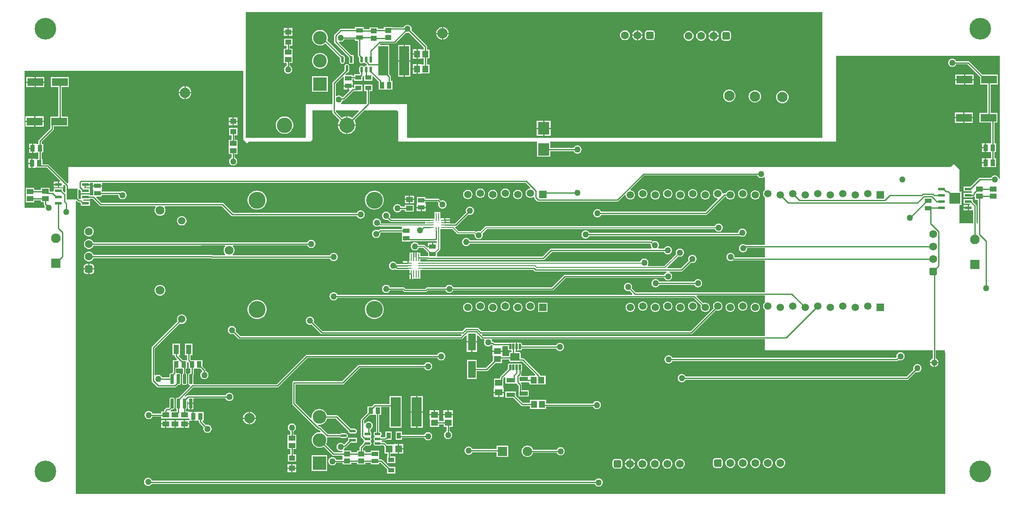
<source format=gtl>
G04*
G04 #@! TF.GenerationSoftware,Altium Limited,Altium Designer,25.8.1 (18)*
G04*
G04 Layer_Physical_Order=1*
G04 Layer_Color=255*
%FSLAX44Y44*%
%MOMM*%
G71*
G04*
G04 #@! TF.SameCoordinates,3252FE53-E486-4FD3-897B-B0AFD7199433*
G04*
G04*
G04 #@! TF.FilePolarity,Positive*
G04*
G01*
G75*
%ADD10C,0.2000*%
%ADD12C,0.2540*%
G04:AMPARAMS|DCode=20|XSize=1.97mm|YSize=0.6mm|CornerRadius=0.075mm|HoleSize=0mm|Usage=FLASHONLY|Rotation=270.000|XOffset=0mm|YOffset=0mm|HoleType=Round|Shape=RoundedRectangle|*
%AMROUNDEDRECTD20*
21,1,1.9700,0.4500,0,0,270.0*
21,1,1.8200,0.6000,0,0,270.0*
1,1,0.1500,-0.2250,-0.9100*
1,1,0.1500,-0.2250,0.9100*
1,1,0.1500,0.2250,0.9100*
1,1,0.1500,0.2250,-0.9100*
%
%ADD20ROUNDEDRECTD20*%
%ADD21R,1.3500X1.0000*%
%ADD22R,0.9500X1.3500*%
%ADD23R,3.2000X1.6000*%
%ADD24R,2.2900X2.2900*%
%ADD25R,1.4500X0.6000*%
%ADD26R,1.3082X1.0057*%
%ADD27R,1.2546X1.4562*%
%ADD28R,1.3500X0.9500*%
G04:AMPARAMS|DCode=29|XSize=0.45mm|YSize=1.15mm|CornerRadius=0.0495mm|HoleSize=0mm|Usage=FLASHONLY|Rotation=180.000|XOffset=0mm|YOffset=0mm|HoleType=Round|Shape=RoundedRectangle|*
%AMROUNDEDRECTD29*
21,1,0.4500,1.0510,0,0,180.0*
21,1,0.3510,1.1500,0,0,180.0*
1,1,0.0990,-0.1755,0.5255*
1,1,0.0990,0.1755,0.5255*
1,1,0.0990,0.1755,-0.5255*
1,1,0.0990,-0.1755,-0.5255*
%
%ADD29ROUNDEDRECTD29*%
%ADD30R,1.3000X1.4500*%
G04:AMPARAMS|DCode=31|XSize=1.57mm|YSize=1.89mm|CornerRadius=0.0471mm|HoleSize=0mm|Usage=FLASHONLY|Rotation=90.000|XOffset=0mm|YOffset=0mm|HoleType=Round|Shape=RoundedRectangle|*
%AMROUNDEDRECTD31*
21,1,1.5700,1.7958,0,0,90.0*
21,1,1.4758,1.8900,0,0,90.0*
1,1,0.0942,0.8979,0.7379*
1,1,0.0942,0.8979,-0.7379*
1,1,0.0942,-0.8979,-0.7379*
1,1,0.0942,-0.8979,0.7379*
%
%ADD31ROUNDEDRECTD31*%
%ADD32R,1.5750X0.2800*%
%ADD33R,1.4500X1.3000*%
%ADD34R,1.6000X3.5000*%
%ADD35R,1.4562X1.2546*%
%ADD36R,1.3000X0.9000*%
%ADD37R,0.5321X1.2544*%
%ADD38R,0.5868X1.3587*%
%ADD39R,1.2544X0.5321*%
%ADD40R,1.3587X0.5868*%
%ADD41R,2.3000X2.5000*%
%ADD42R,1.3000X1.1000*%
%ADD43R,1.3500X0.9500*%
%ADD44R,2.0000X6.0000*%
G04:AMPARAMS|DCode=45|XSize=1.3587mm|YSize=0.5868mm|CornerRadius=0.2934mm|HoleSize=0mm|Usage=FLASHONLY|Rotation=270.000|XOffset=0mm|YOffset=0mm|HoleType=Round|Shape=RoundedRectangle|*
%AMROUNDEDRECTD45*
21,1,1.3587,0.0000,0,0,270.0*
21,1,0.7719,0.5868,0,0,270.0*
1,1,0.5868,0.0000,-0.3859*
1,1,0.5868,0.0000,0.3859*
1,1,0.5868,0.0000,0.3859*
1,1,0.5868,0.0000,-0.3859*
%
%ADD45ROUNDEDRECTD45*%
%ADD46R,0.9000X1.3000*%
G04:AMPARAMS|DCode=47|XSize=1.3587mm|YSize=0.5868mm|CornerRadius=0.2934mm|HoleSize=0mm|Usage=FLASHONLY|Rotation=180.000|XOffset=0mm|YOffset=0mm|HoleType=Round|Shape=RoundedRectangle|*
%AMROUNDEDRECTD47*
21,1,1.3587,0.0000,0,0,180.0*
21,1,0.7719,0.5868,0,0,180.0*
1,1,0.5868,-0.3859,0.0000*
1,1,0.5868,0.3859,0.0000*
1,1,0.5868,0.3859,0.0000*
1,1,0.5868,-0.3859,0.0000*
%
%ADD47ROUNDEDRECTD47*%
G04:AMPARAMS|DCode=48|XSize=1.2544mm|YSize=0.5321mm|CornerRadius=0.2661mm|HoleSize=0mm|Usage=FLASHONLY|Rotation=0.000|XOffset=0mm|YOffset=0mm|HoleType=Round|Shape=RoundedRectangle|*
%AMROUNDEDRECTD48*
21,1,1.2544,0.0000,0,0,0.0*
21,1,0.7223,0.5321,0,0,0.0*
1,1,0.5321,0.3611,0.0000*
1,1,0.5321,-0.3611,0.0000*
1,1,0.5321,-0.3611,0.0000*
1,1,0.5321,0.3611,0.0000*
%
%ADD48ROUNDEDRECTD48*%
%ADD49R,1.5000X1.3000*%
%ADD50R,1.7000X0.9000*%
%ADD51R,0.2800X1.5750*%
G04:AMPARAMS|DCode=52|XSize=1.2544mm|YSize=0.5321mm|CornerRadius=0.2661mm|HoleSize=0mm|Usage=FLASHONLY|Rotation=270.000|XOffset=0mm|YOffset=0mm|HoleType=Round|Shape=RoundedRectangle|*
%AMROUNDEDRECTD52*
21,1,1.2544,0.0000,0,0,270.0*
21,1,0.7223,0.5321,0,0,270.0*
1,1,0.5321,0.0000,-0.3611*
1,1,0.5321,0.0000,0.3611*
1,1,0.5321,0.0000,0.3611*
1,1,0.5321,0.0000,-0.3611*
%
%ADD52ROUNDEDRECTD52*%
%ADD53R,1.3546X1.4621*%
%ADD54R,1.1000X1.9000*%
%ADD58R,1.5750X0.2800*%
%ADD64R,0.2799X1.5750*%
%ADD87C,2.1000*%
%ADD88C,1.6000*%
%ADD89C,1.5000*%
G04:AMPARAMS|DCode=90|XSize=1.6mm|YSize=1.6mm|CornerRadius=0.4mm|HoleSize=0mm|Usage=FLASHONLY|Rotation=180.000|XOffset=0mm|YOffset=0mm|HoleType=Round|Shape=RoundedRectangle|*
%AMROUNDEDRECTD90*
21,1,1.6000,0.8000,0,0,180.0*
21,1,0.8000,1.6000,0,0,180.0*
1,1,0.8000,-0.4000,0.4000*
1,1,0.8000,0.4000,0.4000*
1,1,0.8000,0.4000,-0.4000*
1,1,0.8000,-0.4000,-0.4000*
%
%ADD90ROUNDEDRECTD90*%
%ADD91C,0.8000*%
%ADD92R,1.5000X1.5000*%
%ADD93C,3.1260*%
%ADD94C,1.9500*%
%ADD95R,1.9500X1.9500*%
G04:AMPARAMS|DCode=96|XSize=1.6mm|YSize=1.6mm|CornerRadius=0.4mm|HoleSize=0mm|Usage=FLASHONLY|Rotation=90.000|XOffset=0mm|YOffset=0mm|HoleType=Round|Shape=RoundedRectangle|*
%AMROUNDEDRECTD96*
21,1,1.6000,0.8000,0,0,90.0*
21,1,0.8000,1.6000,0,0,90.0*
1,1,0.8000,0.4000,0.4000*
1,1,0.8000,0.4000,-0.4000*
1,1,0.8000,-0.4000,-0.4000*
1,1,0.8000,-0.4000,0.4000*
%
%ADD96ROUNDEDRECTD96*%
%ADD97C,3.4500*%
%ADD98R,1.9500X1.9500*%
%ADD99C,1.8000*%
%ADD100C,2.7750*%
%ADD101R,2.7750X2.7750*%
%ADD102C,4.4000*%
%ADD103C,1.2700*%
%ADD104C,0.5000*%
G36*
X1629410Y728980D02*
X784860D01*
Y797560D01*
X709454D01*
Y823740D01*
X714620D01*
Y836740D01*
X697620D01*
Y823740D01*
X702786D01*
Y798711D01*
X701635Y797560D01*
X651732D01*
X651196Y799560D01*
X651557Y799768D01*
X653112Y801323D01*
X654211Y803227D01*
X654702Y805060D01*
X656539D01*
X657814Y805314D01*
X658896Y806037D01*
X676536Y823676D01*
X682570D01*
X682892Y823740D01*
X694300D01*
Y836740D01*
X677300D01*
Y830344D01*
X675155D01*
X674770Y830660D01*
Y832990D01*
X666750D01*
Y826970D01*
X667786D01*
X668552Y825122D01*
X655158Y811728D01*
X652961D01*
X651557Y813132D01*
X649653Y814231D01*
X647529Y814800D01*
X645331D01*
X643207Y814231D01*
X642144Y813617D01*
X640144Y814657D01*
Y838203D01*
X654882Y852941D01*
X656730Y852175D01*
Y843010D01*
X656730Y843010D01*
X656190Y841550D01*
X656190Y841550D01*
X656190Y841218D01*
Y835530D01*
X665480D01*
X674770D01*
Y841218D01*
X674770Y841550D01*
X674770Y841550D01*
X674230Y843010D01*
X674230Y843010D01*
Y847906D01*
X677300D01*
Y844740D01*
X694300D01*
Y853025D01*
X695167Y853893D01*
X695620Y854570D01*
X697620Y854199D01*
Y844740D01*
X714620D01*
Y853318D01*
X716468Y854083D01*
X727366Y843185D01*
Y839140D01*
X727430Y838818D01*
Y826910D01*
X740930D01*
Y826910D01*
X742430D01*
Y826910D01*
X755930D01*
Y844410D01*
X752514D01*
Y852700D01*
X752260Y853976D01*
X751537Y855058D01*
X748690Y857905D01*
Y917190D01*
X730630D01*
X729865Y919038D01*
X731192Y920365D01*
X760074D01*
X761350Y920619D01*
X762432Y921341D01*
X783277Y942186D01*
X785276Y941650D01*
X787475D01*
X789475Y942186D01*
X818994Y912667D01*
Y908441D01*
X814625D01*
Y908981D01*
X807082D01*
Y899160D01*
Y889339D01*
X814625D01*
Y889879D01*
X818994D01*
Y877961D01*
X814625D01*
Y878501D01*
X807082D01*
Y868680D01*
Y858859D01*
X814625D01*
Y859399D01*
X830601D01*
Y877961D01*
X825662D01*
Y889879D01*
X830601D01*
Y908441D01*
X825662D01*
Y914048D01*
X825408Y915324D01*
X824685Y916405D01*
X794190Y946901D01*
X794726Y948901D01*
Y951099D01*
X794157Y953223D01*
X793057Y955127D01*
X791503Y956682D01*
X789599Y957781D01*
X787475Y958350D01*
X785276D01*
X783153Y957781D01*
X781249Y956682D01*
X779694Y955127D01*
X778659Y953334D01*
X755301D01*
Y954091D01*
X738219D01*
Y950396D01*
X726091D01*
Y952821D01*
X709009D01*
Y949127D01*
X697090D01*
Y954050D01*
X679590D01*
Y950634D01*
X650992D01*
X649716Y950380D01*
X648634Y949658D01*
X637723Y938746D01*
X637000Y937664D01*
X636746Y936388D01*
Y923976D01*
X637000Y922701D01*
X637723Y921619D01*
X667156Y892186D01*
Y879314D01*
X677024D01*
Y896901D01*
X671871D01*
X646726Y922045D01*
X646791Y922389D01*
X649098Y923841D01*
X649141Y923830D01*
X651339D01*
X653463Y924399D01*
X655367Y925498D01*
X656922Y927053D01*
X657957Y928846D01*
X679590D01*
Y925550D01*
X685006D01*
Y896365D01*
X685260Y895089D01*
X685983Y894008D01*
X688099Y891891D01*
X688058Y891684D01*
Y884462D01*
X688420Y882643D01*
X689450Y881102D01*
X690992Y880071D01*
X692810Y879710D01*
X694629Y880071D01*
X696170Y881102D01*
X696357Y881382D01*
X698763D01*
X698950Y881102D01*
X700491Y880071D01*
X701417Y879887D01*
X702235Y879069D01*
X702259Y878947D01*
X702982Y877865D01*
X703643Y877204D01*
X702657Y875361D01*
X702310Y875430D01*
X700491Y875069D01*
X698950Y874038D01*
X698763Y873758D01*
X696357D01*
X696170Y874038D01*
X694629Y875069D01*
X692810Y875430D01*
X690992Y875069D01*
X689450Y874038D01*
X688420Y872497D01*
X688058Y870678D01*
Y863456D01*
X688420Y861637D01*
X689450Y860096D01*
X689476Y860078D01*
Y857740D01*
X677300D01*
Y854574D01*
X674230D01*
Y856510D01*
X661065D01*
X660299Y858358D01*
X662677Y860735D01*
X662940Y860683D01*
X664865Y861066D01*
X666497Y862156D01*
X667588Y863788D01*
X667971Y865714D01*
Y873432D01*
X667588Y875358D01*
X666497Y876990D01*
X664865Y878080D01*
X662940Y878463D01*
X661015Y878080D01*
X659383Y876990D01*
X658292Y875358D01*
X657909Y873432D01*
Y865714D01*
X657962Y865450D01*
X634453Y841941D01*
X633730Y840860D01*
X633476Y839584D01*
Y797560D01*
X579120D01*
Y730250D01*
X577850Y728980D01*
X457200D01*
Y984250D01*
X1629410D01*
Y728980D01*
D02*
G37*
G36*
X1990090Y645962D02*
X1988090Y645698D01*
X1987711Y647113D01*
X1986612Y649017D01*
X1985057Y650572D01*
X1983153Y651671D01*
X1981029Y652240D01*
X1978831D01*
X1976707Y651671D01*
X1974803Y650572D01*
X1973248Y649017D01*
X1972213Y647224D01*
X1949200D01*
X1947924Y646970D01*
X1946842Y646247D01*
X1930435Y629840D01*
X1916650D01*
Y619840D01*
X1932144D01*
X1933262Y617840D01*
X1932831Y617140D01*
X1916650D01*
Y607140D01*
X1935150D01*
Y608806D01*
X1935480D01*
X1936756Y609060D01*
X1937430Y609510D01*
X1939430Y608840D01*
Y602720D01*
X1944846D01*
Y554990D01*
X1942624D01*
Y590300D01*
X1942370Y591576D01*
X1941647Y592658D01*
X1935150Y599155D01*
Y604440D01*
X1916650D01*
Y594440D01*
X1928712D01*
X1928819Y594280D01*
X1927750Y592280D01*
X1927170D01*
Y586740D01*
Y581200D01*
X1935690D01*
X1935956Y579310D01*
Y554990D01*
X1907540D01*
Y592340D01*
X1912100D01*
Y619240D01*
X1907540D01*
Y664210D01*
X1896110Y675640D01*
X1889760Y669290D01*
X96520D01*
Y637282D01*
X94520Y636453D01*
X57186Y673788D01*
X56104Y674510D01*
X54828Y674764D01*
X44730D01*
Y685660D01*
X42584D01*
Y698640D01*
X46000D01*
Y716140D01*
X42584D01*
Y720509D01*
X65967Y743892D01*
X66690Y744974D01*
X66944Y746250D01*
Y752000D01*
X96340D01*
Y772000D01*
X82944D01*
Y832010D01*
X97610D01*
Y852010D01*
X61610D01*
Y832010D01*
X76276D01*
Y772000D01*
X60340D01*
Y755592D01*
X60276Y755270D01*
Y747631D01*
X36892Y724248D01*
X36170Y723166D01*
X35916Y721890D01*
Y716140D01*
X33316D01*
X31540Y716680D01*
X30724Y716680D01*
X25520D01*
Y707390D01*
Y698100D01*
X30724D01*
X31540Y698100D01*
X33316Y698640D01*
X35916D01*
Y685660D01*
X32046D01*
X30270Y686200D01*
X29454Y686200D01*
X24250D01*
Y676910D01*
Y667620D01*
X29454D01*
X30270Y667620D01*
X32046Y668160D01*
X41138D01*
X41460Y668096D01*
X53447D01*
X80425Y641118D01*
X79660Y639270D01*
X78160D01*
Y633730D01*
Y628190D01*
X86680D01*
Y632250D01*
X88528Y633015D01*
X90626Y630917D01*
Y624860D01*
X90690Y624538D01*
Y618808D01*
X88842Y618043D01*
X86140Y620745D01*
Y626030D01*
X67640D01*
Y620572D01*
X67204Y620140D01*
X65640Y619244D01*
X64916Y619388D01*
X58750D01*
Y626784D01*
X41250D01*
Y622974D01*
X27800D01*
Y626640D01*
X10300D01*
Y612640D01*
X10300D01*
Y611640D01*
X10300D01*
Y597640D01*
X27800D01*
Y601306D01*
X41250D01*
Y597784D01*
X46666D01*
Y593958D01*
X46920Y592682D01*
X47642Y591601D01*
X49350Y589893D01*
X48800Y587839D01*
Y586740D01*
X7620D01*
Y864870D01*
X452120D01*
Y725170D01*
X459740Y717550D01*
X463550Y721360D01*
X589280D01*
X593090Y725170D01*
Y784860D01*
X633476D01*
Y780740D01*
X633730Y779464D01*
X634453Y778382D01*
X648182Y764653D01*
X647068Y762987D01*
X645698Y759680D01*
X645000Y756170D01*
Y755650D01*
X661900D01*
Y772550D01*
X661380D01*
X657870Y771852D01*
X654563Y770482D01*
X652897Y769368D01*
X640144Y782121D01*
Y784860D01*
X686322D01*
X687087Y783012D01*
X673443Y769368D01*
X671777Y770482D01*
X668470Y771852D01*
X664960Y772550D01*
X664440D01*
Y755650D01*
X681340D01*
Y756170D01*
X680642Y759680D01*
X679272Y762987D01*
X678158Y764653D01*
X698365Y784860D01*
X764540D01*
X767080Y782320D01*
Y721360D01*
X1049297D01*
X1049490Y719440D01*
X1049490Y719360D01*
Y690440D01*
X1076490D01*
Y701516D01*
X1123853D01*
X1124888Y699723D01*
X1126443Y698168D01*
X1128347Y697069D01*
X1130471Y696500D01*
X1132669D01*
X1134793Y697069D01*
X1136697Y698168D01*
X1138252Y699723D01*
X1139351Y701627D01*
X1139920Y703751D01*
Y705949D01*
X1139351Y708073D01*
X1138252Y709977D01*
X1136697Y711532D01*
X1134793Y712631D01*
X1132669Y713200D01*
X1130471D01*
X1128347Y712631D01*
X1126443Y711532D01*
X1124888Y709977D01*
X1123853Y708184D01*
X1076490D01*
Y719360D01*
X1076490Y719440D01*
X1076683Y721360D01*
X1657350D01*
Y895350D01*
X1990090D01*
Y645962D01*
D02*
G37*
G36*
X1498268Y650193D02*
X1499823Y648638D01*
X1501727Y647539D01*
X1503851Y646970D01*
X1506049D01*
X1508173Y647539D01*
X1510077Y648638D01*
X1510570Y649131D01*
X1512570Y648303D01*
Y622704D01*
X1512515Y622672D01*
X1510746Y620903D01*
X1509495Y618737D01*
X1508848Y616321D01*
Y613819D01*
X1509495Y611403D01*
X1510746Y609237D01*
X1512515Y607468D01*
X1512570Y607436D01*
Y511334D01*
X1474679D01*
X1473403Y511080D01*
X1473163Y510920D01*
X1471343Y511971D01*
X1469219Y512540D01*
X1467021D01*
X1464897Y511971D01*
X1462993Y510872D01*
X1461438Y509317D01*
X1460339Y507413D01*
X1459770Y505289D01*
Y503091D01*
X1460339Y500967D01*
X1461438Y499063D01*
X1462993Y497508D01*
X1464897Y496409D01*
X1467021Y495840D01*
X1469219D01*
X1471343Y496409D01*
X1473247Y497508D01*
X1474802Y499063D01*
X1475901Y500967D01*
X1476470Y503091D01*
Y504666D01*
X1512570D01*
Y485934D01*
X1451070D01*
Y487509D01*
X1450501Y489633D01*
X1449402Y491537D01*
X1447847Y493092D01*
X1445943Y494191D01*
X1443819Y494760D01*
X1441621D01*
X1439497Y494191D01*
X1437593Y493092D01*
X1436038Y491537D01*
X1434939Y489633D01*
X1434370Y487509D01*
Y485311D01*
X1434939Y483187D01*
X1436038Y481283D01*
X1437593Y479728D01*
X1439497Y478629D01*
X1441621Y478060D01*
X1443819D01*
X1445943Y478629D01*
X1447763Y479680D01*
X1448003Y479520D01*
X1449279Y479266D01*
X1512570D01*
Y414814D01*
X1249791D01*
X1242254Y422351D01*
X1242790Y424351D01*
Y426549D01*
X1242221Y428673D01*
X1241122Y430577D01*
X1239567Y432132D01*
X1237663Y433231D01*
X1235539Y433800D01*
X1233341D01*
X1231217Y433231D01*
X1229313Y432132D01*
X1227758Y430577D01*
X1226659Y428673D01*
X1226090Y426549D01*
Y424351D01*
X1226659Y422227D01*
X1227758Y420323D01*
X1229313Y418768D01*
X1231217Y417669D01*
X1233341Y417100D01*
X1235539D01*
X1237539Y417636D01*
X1243593Y411582D01*
X1242828Y409734D01*
X643987D01*
X642952Y411527D01*
X641397Y413082D01*
X639493Y414181D01*
X637369Y414750D01*
X635171D01*
X633047Y414181D01*
X631143Y413082D01*
X629588Y411527D01*
X628489Y409623D01*
X627920Y407499D01*
Y405301D01*
X628489Y403177D01*
X629588Y401273D01*
X631143Y399718D01*
X633047Y398619D01*
X635171Y398050D01*
X637369D01*
X639493Y398619D01*
X641397Y399718D01*
X642952Y401273D01*
X643987Y403066D01*
X1367497D01*
X1382668Y387895D01*
X1382495Y387597D01*
X1381848Y385181D01*
Y382679D01*
X1382495Y380263D01*
X1383746Y378097D01*
X1385515Y376328D01*
X1387681Y375077D01*
X1390097Y374430D01*
X1392599D01*
X1395015Y375077D01*
X1397181Y376328D01*
X1398950Y378097D01*
X1400201Y380263D01*
X1400848Y382679D01*
Y385181D01*
X1400201Y387597D01*
X1398950Y389763D01*
X1397181Y391532D01*
X1395015Y392783D01*
X1392599Y393430D01*
X1390097D01*
X1387681Y392783D01*
X1387383Y392610D01*
X1373695Y406298D01*
X1374460Y408146D01*
X1512570D01*
Y394104D01*
X1512515Y394072D01*
X1510746Y392303D01*
X1509495Y390137D01*
X1508848Y387721D01*
Y385219D01*
X1509495Y382803D01*
X1510746Y380637D01*
X1512515Y378868D01*
X1512570Y378836D01*
Y325914D01*
X939615D01*
X937971Y327558D01*
X938737Y329406D01*
X1363018D01*
X1364294Y329660D01*
X1365376Y330382D01*
X1412783Y377790D01*
X1413081Y377617D01*
X1415497Y376970D01*
X1417999D01*
X1420415Y377617D01*
X1422581Y378868D01*
X1424350Y380637D01*
X1425600Y382803D01*
X1426248Y385219D01*
Y387721D01*
X1425600Y390137D01*
X1424350Y392303D01*
X1422581Y394072D01*
X1420415Y395323D01*
X1417999Y395970D01*
X1415497D01*
X1413081Y395323D01*
X1410915Y394072D01*
X1409146Y392303D01*
X1407895Y390137D01*
X1407248Y387721D01*
Y385219D01*
X1407895Y382803D01*
X1408068Y382505D01*
X1361637Y336074D01*
X935876D01*
X930533Y341418D01*
X929451Y342140D01*
X928175Y342394D01*
X905705D01*
X904429Y342140D01*
X903347Y341418D01*
X898004Y336074D01*
X613521D01*
X595824Y353771D01*
X596360Y355771D01*
Y357969D01*
X595791Y360093D01*
X594692Y361997D01*
X593137Y363552D01*
X591233Y364651D01*
X589109Y365220D01*
X586911D01*
X584787Y364651D01*
X582883Y363552D01*
X581328Y361997D01*
X580229Y360093D01*
X579660Y357969D01*
Y355771D01*
X580229Y353647D01*
X581328Y351743D01*
X582883Y350188D01*
X584787Y349089D01*
X586911Y348520D01*
X589109D01*
X591109Y349056D01*
X609782Y330382D01*
X610864Y329660D01*
X612140Y329406D01*
X895143D01*
X895909Y327558D01*
X894265Y325914D01*
X445881D01*
X437074Y334721D01*
X437610Y336721D01*
Y338919D01*
X437041Y341043D01*
X435942Y342947D01*
X434387Y344502D01*
X432483Y345601D01*
X430359Y346170D01*
X428161D01*
X426037Y345601D01*
X424133Y344502D01*
X422578Y342947D01*
X421479Y341043D01*
X420910Y338919D01*
Y336721D01*
X421479Y334597D01*
X422578Y332693D01*
X424133Y331138D01*
X426037Y330039D01*
X428161Y329470D01*
X430359D01*
X432359Y330006D01*
X442142Y320223D01*
X443224Y319500D01*
X444500Y319246D01*
X895646D01*
X896921Y319500D01*
X898003Y320223D01*
X904552Y326772D01*
X906400Y326006D01*
Y315020D01*
X916940D01*
X927480D01*
Y326006D01*
X929328Y326772D01*
X935877Y320223D01*
X936959Y319500D01*
X938234Y319246D01*
X941753D01*
X942793Y317246D01*
X942179Y316183D01*
X941610Y314059D01*
Y311861D01*
X942179Y309737D01*
X943278Y307833D01*
X944833Y306278D01*
X946737Y305179D01*
X948861Y304610D01*
X951059D01*
X953183Y305179D01*
X955087Y306278D01*
X956491Y307682D01*
X957603D01*
X959197Y306087D01*
X959239Y306060D01*
X959220Y304060D01*
X959220Y304060D01*
Y296290D01*
X969010D01*
X978800D01*
Y304060D01*
X980365Y305111D01*
X990521D01*
Y299205D01*
X990715Y298232D01*
X991266Y297406D01*
X992092Y296855D01*
X993065Y296661D01*
X996575D01*
X997837Y295108D01*
X997460Y293108D01*
X995591D01*
X994627Y292917D01*
X993810Y292370D01*
X993263Y291553D01*
X993072Y290589D01*
Y284734D01*
X980284D01*
X978800Y285980D01*
Y293750D01*
X969010D01*
X959220D01*
Y285980D01*
X959760D01*
Y275235D01*
X945609Y261084D01*
X926940D01*
Y277250D01*
X906940D01*
Y238250D01*
X926940D01*
Y254416D01*
X946990D01*
X948266Y254670D01*
X949348Y255392D01*
X964475Y270520D01*
X978260D01*
Y278066D01*
X993072D01*
Y275831D01*
X993263Y274867D01*
X993810Y274049D01*
X994627Y273503D01*
X995591Y273312D01*
X1013549D01*
X1014513Y273503D01*
X1014908Y273767D01*
X1019166D01*
X1045615Y247318D01*
X1044850Y245470D01*
X1033790D01*
Y245470D01*
X1032850Y244520D01*
X1017757D01*
X1017011Y246520D01*
X1017400Y247102D01*
X1017654Y248378D01*
Y254759D01*
X1017874Y254906D01*
X1018425Y255732D01*
X1018619Y256705D01*
Y267215D01*
X1018425Y268188D01*
X1017874Y269014D01*
X1017048Y269565D01*
X1016075Y269759D01*
X1012565D01*
X1011591Y269565D01*
X1011070Y269217D01*
X1010548Y269565D01*
X1009575Y269759D01*
X1006065D01*
X1005091Y269565D01*
X1004570Y269217D01*
X1004048Y269565D01*
X1003075Y269759D01*
X999565D01*
X998592Y269565D01*
X998070Y269217D01*
X997549Y269565D01*
X996575Y269759D01*
X993065D01*
X992092Y269565D01*
X991266Y269014D01*
X990715Y268188D01*
X990521Y267215D01*
Y258876D01*
X975423Y243778D01*
X974700Y242696D01*
X974446Y241420D01*
Y239230D01*
X962050D01*
Y222270D01*
X962050Y222230D01*
X961954Y220270D01*
X961510D01*
Y212500D01*
X971550D01*
X981590D01*
Y220270D01*
X981146D01*
X981050Y222230D01*
X981050Y222270D01*
Y235638D01*
X981114Y235960D01*
Y240039D01*
X983268Y242193D01*
X985180Y241276D01*
Y228980D01*
X1006180D01*
Y228980D01*
X1008070Y228713D01*
X1011786Y224997D01*
Y212250D01*
X1011850Y211928D01*
Y202520D01*
X1032850D01*
Y215520D01*
X1018454D01*
Y226378D01*
X1018200Y227654D01*
X1017477Y228736D01*
X1016541Y229672D01*
X1017306Y231520D01*
X1032850D01*
X1033790Y229909D01*
Y226970D01*
X1066790D01*
Y245470D01*
X1056219D01*
X1056140Y245864D01*
X1055417Y246946D01*
X1022905Y279459D01*
X1021823Y280181D01*
X1020547Y280435D01*
X1016068D01*
Y290589D01*
X1015877Y291553D01*
X1015331Y292370D01*
X1014513Y292917D01*
X1013549Y293108D01*
X1006220D01*
X1005659Y294279D01*
X1006550Y295582D01*
Y304460D01*
Y312810D01*
X1006065D01*
X1004881Y312574D01*
X1004084Y312041D01*
X1004048Y312065D01*
X1003075Y312259D01*
X999565D01*
X998592Y312065D01*
X998070Y311717D01*
X997549Y312065D01*
X996575Y312259D01*
X993065D01*
X992092Y312065D01*
X991663Y311779D01*
X962936D01*
X961341Y313374D01*
X960260Y314096D01*
X958984Y314350D01*
X958232D01*
X957741Y316183D01*
X957127Y317246D01*
X958167Y319246D01*
X1512570D01*
Y297180D01*
X1853406D01*
Y280090D01*
X1853309Y280064D01*
X1851281Y278894D01*
X1849626Y277239D01*
X1848456Y275211D01*
X1847877Y273050D01*
X1865603D01*
X1865024Y275211D01*
X1863854Y277239D01*
X1862199Y278894D01*
X1860171Y280064D01*
X1860074Y280090D01*
Y297180D01*
X1878330D01*
Y292100D01*
X1879144Y291286D01*
Y4604D01*
X111760D01*
Y599516D01*
X113760Y600345D01*
X115555Y598550D01*
X116636Y597828D01*
X117912Y597574D01*
X120481D01*
X122140Y595915D01*
Y590630D01*
X140640D01*
Y600630D01*
X128030D01*
X127530Y601330D01*
X128560Y603330D01*
X140640D01*
Y604996D01*
X146445D01*
X160528Y590913D01*
X161610Y590190D01*
X162886Y589936D01*
X274053D01*
X274882Y587936D01*
X274700Y587754D01*
X273252Y585246D01*
X272502Y582448D01*
Y579552D01*
X273252Y576754D01*
X274700Y574246D01*
X276748Y572198D01*
X279256Y570750D01*
X282054Y570000D01*
X284950D01*
X287748Y570750D01*
X290256Y572198D01*
X292304Y574246D01*
X293752Y576754D01*
X294502Y579552D01*
Y582448D01*
X293752Y585246D01*
X292304Y587754D01*
X292122Y587936D01*
X292951Y589936D01*
X408649D01*
X428173Y570412D01*
X429254Y569690D01*
X430530Y569436D01*
X683163D01*
X684198Y567643D01*
X685753Y566088D01*
X687657Y564989D01*
X689781Y564420D01*
X691979D01*
X694103Y564989D01*
X696007Y566088D01*
X697562Y567643D01*
X698661Y569547D01*
X699230Y571671D01*
Y573869D01*
X698661Y575993D01*
X697562Y577897D01*
X696007Y579452D01*
X694103Y580551D01*
X691979Y581120D01*
X689781D01*
X687657Y580551D01*
X685753Y579452D01*
X684198Y577897D01*
X683163Y576104D01*
X431911D01*
X412388Y595628D01*
X411306Y596350D01*
X410030Y596604D01*
X164266D01*
X153398Y607472D01*
X154164Y609320D01*
X164960D01*
Y612736D01*
X198660D01*
Y611041D01*
X199229Y608917D01*
X200328Y607013D01*
X201883Y605458D01*
X203787Y604359D01*
X205911Y603790D01*
X208109D01*
X210233Y604359D01*
X212137Y605458D01*
X213692Y607013D01*
X214791Y608917D01*
X215360Y611041D01*
Y613239D01*
X214791Y615363D01*
X213692Y617267D01*
X212137Y618822D01*
X210233Y619921D01*
X208109Y620490D01*
X205911D01*
X203787Y619921D01*
X201999Y618888D01*
X201607Y619150D01*
X200331Y619404D01*
X164960D01*
Y622820D01*
X165500Y623780D01*
X165500D01*
Y629800D01*
X156210D01*
X146920D01*
Y623780D01*
X146920D01*
X147460Y622820D01*
Y611664D01*
X140640D01*
Y613330D01*
X122140D01*
Y604470D01*
X121862Y604242D01*
X119293D01*
X117590Y605945D01*
Y623036D01*
X119590Y623865D01*
X122140Y621315D01*
Y616030D01*
X140640D01*
Y626030D01*
X128578D01*
X128471Y626190D01*
X129540Y628190D01*
X130120D01*
Y633730D01*
X131390D01*
Y635000D01*
X141180D01*
Y637206D01*
X146920D01*
Y632340D01*
X156210D01*
X165500D01*
Y637206D01*
X1025872D01*
X1035508Y627570D01*
X1034679Y625570D01*
X1034477D01*
X1032061Y624922D01*
X1029895Y623672D01*
X1028126Y621903D01*
X1026875Y619737D01*
X1026228Y617321D01*
Y614819D01*
X1026875Y612403D01*
X1028126Y610237D01*
X1029895Y608468D01*
X1032061Y607217D01*
X1034477Y606570D01*
X1036979D01*
X1039395Y607217D01*
X1041561Y608468D01*
X1041704Y608611D01*
X1043704Y607783D01*
Y607232D01*
X1043958Y605956D01*
X1044680Y604874D01*
X1049692Y599863D01*
X1050774Y599140D01*
X1052050Y598886D01*
X1212643D01*
X1213919Y599140D01*
X1215001Y599863D01*
X1227448Y612310D01*
X1229448Y611481D01*
Y611279D01*
X1230095Y608863D01*
X1231346Y606697D01*
X1233115Y604928D01*
X1235281Y603677D01*
X1237697Y603030D01*
X1240199D01*
X1242615Y603677D01*
X1244781Y604928D01*
X1246550Y606697D01*
X1247801Y608863D01*
X1248448Y611279D01*
Y613781D01*
X1247801Y616197D01*
X1246550Y618363D01*
X1244781Y620132D01*
X1242615Y621383D01*
X1240199Y622030D01*
X1239997D01*
X1239168Y624030D01*
X1267124Y651986D01*
X1497233D01*
X1498268Y650193D01*
D02*
G37*
%LPC*%
G36*
X552600Y951990D02*
X544830D01*
Y945220D01*
X552600D01*
Y951990D01*
D02*
G37*
G36*
X542290D02*
X534520D01*
Y945220D01*
X542290D01*
Y951990D01*
D02*
G37*
G36*
X858967Y954110D02*
X858520D01*
Y942340D01*
X870290D01*
Y942787D01*
X869401Y946103D01*
X867685Y949077D01*
X865257Y951505D01*
X862283Y953221D01*
X858967Y954110D01*
D02*
G37*
G36*
X855980D02*
X855533D01*
X852217Y953221D01*
X849243Y951505D01*
X846815Y949077D01*
X845099Y946103D01*
X844210Y942787D01*
Y942340D01*
X855980D01*
Y954110D01*
D02*
G37*
G36*
X1254878Y947800D02*
X1254760D01*
Y938530D01*
X1264030D01*
Y938648D01*
X1263312Y941328D01*
X1261924Y943732D01*
X1259962Y945694D01*
X1257558Y947082D01*
X1254878Y947800D01*
D02*
G37*
G36*
X1252220D02*
X1252102D01*
X1249422Y947082D01*
X1247018Y945694D01*
X1245056Y943732D01*
X1243668Y941328D01*
X1242950Y938648D01*
Y938530D01*
X1252220D01*
Y947800D01*
D02*
G37*
G36*
X1409818Y946530D02*
X1409700D01*
Y937260D01*
X1418970D01*
Y937378D01*
X1418252Y940058D01*
X1416864Y942462D01*
X1414902Y944424D01*
X1412498Y945812D01*
X1409818Y946530D01*
D02*
G37*
G36*
X1407160D02*
X1407042D01*
X1404362Y945812D01*
X1401958Y944424D01*
X1399996Y942462D01*
X1398608Y940058D01*
X1397890Y937378D01*
Y937260D01*
X1407160D01*
Y946530D01*
D02*
G37*
G36*
X552600Y942680D02*
X544830D01*
Y935910D01*
X552600D01*
Y942680D01*
D02*
G37*
G36*
X542290D02*
X534520D01*
Y935910D01*
X542290D01*
Y942680D01*
D02*
G37*
G36*
X870290Y939800D02*
X858520D01*
Y928030D01*
X858967D01*
X862283Y928919D01*
X865257Y930635D01*
X867685Y933063D01*
X869401Y936037D01*
X870290Y939353D01*
Y939800D01*
D02*
G37*
G36*
X855980D02*
X844210D01*
Y939353D01*
X845099Y936037D01*
X846815Y933063D01*
X849243Y930635D01*
X852217Y928919D01*
X855533Y928030D01*
X855980D01*
Y939800D01*
D02*
G37*
G36*
X1229407Y947260D02*
X1226774D01*
X1224230Y946579D01*
X1221950Y945262D01*
X1220088Y943400D01*
X1218772Y941120D01*
X1218090Y938577D01*
Y935944D01*
X1218772Y933400D01*
X1220088Y931120D01*
X1221950Y929258D01*
X1224230Y927942D01*
X1226774Y927260D01*
X1229407D01*
X1231950Y927942D01*
X1234230Y929258D01*
X1236092Y931120D01*
X1237409Y933400D01*
X1238090Y935944D01*
Y938577D01*
X1237409Y941120D01*
X1236092Y943400D01*
X1234230Y945262D01*
X1231950Y946579D01*
X1229407Y947260D01*
D02*
G37*
G36*
X1282890Y947377D02*
X1274890D01*
X1272549Y946912D01*
X1270564Y945586D01*
X1269238Y943601D01*
X1268773Y941260D01*
Y933260D01*
X1269238Y930919D01*
X1270564Y928934D01*
X1272549Y927608D01*
X1274890Y927142D01*
X1282890D01*
X1285231Y927608D01*
X1287216Y928934D01*
X1288542Y930919D01*
X1289008Y933260D01*
Y941260D01*
X1288542Y943601D01*
X1287216Y945586D01*
X1285231Y946912D01*
X1282890Y947377D01*
D02*
G37*
G36*
X1264030Y935990D02*
X1254760D01*
Y926720D01*
X1254878D01*
X1257558Y927438D01*
X1259962Y928826D01*
X1261924Y930788D01*
X1263312Y933192D01*
X1264030Y935872D01*
Y935990D01*
D02*
G37*
G36*
X1252220D02*
X1242950D01*
Y935872D01*
X1243668Y933192D01*
X1245056Y930788D01*
X1247018Y928826D01*
X1249422Y927438D01*
X1252102Y926720D01*
X1252220D01*
Y935990D01*
D02*
G37*
G36*
X1384346Y945990D02*
X1381714D01*
X1379170Y945309D01*
X1376890Y943992D01*
X1375028Y942130D01*
X1373712Y939850D01*
X1373030Y937307D01*
Y934673D01*
X1373712Y932130D01*
X1375028Y929850D01*
X1376890Y927988D01*
X1379170Y926672D01*
X1381714Y925990D01*
X1384346D01*
X1386890Y926672D01*
X1389170Y927988D01*
X1391032Y929850D01*
X1392348Y932130D01*
X1393030Y934673D01*
Y937307D01*
X1392348Y939850D01*
X1391032Y942130D01*
X1389170Y943992D01*
X1386890Y945309D01*
X1384346Y945990D01*
D02*
G37*
G36*
X1358947D02*
X1356313D01*
X1353770Y945309D01*
X1351490Y943992D01*
X1349628Y942130D01*
X1348311Y939850D01*
X1347630Y937307D01*
Y934673D01*
X1348311Y932130D01*
X1349628Y929850D01*
X1351490Y927988D01*
X1353770Y926672D01*
X1356313Y925990D01*
X1358947D01*
X1361490Y926672D01*
X1363770Y927988D01*
X1365632Y929850D01*
X1366949Y932130D01*
X1367630Y934673D01*
Y937307D01*
X1366949Y939850D01*
X1365632Y942130D01*
X1363770Y943992D01*
X1361490Y945309D01*
X1358947Y945990D01*
D02*
G37*
G36*
X1437830Y946107D02*
X1429830D01*
X1427489Y945642D01*
X1425504Y944316D01*
X1424178Y942331D01*
X1423712Y939990D01*
Y931990D01*
X1424178Y929649D01*
X1425504Y927664D01*
X1427489Y926338D01*
X1429830Y925872D01*
X1437830D01*
X1440171Y926338D01*
X1442156Y927664D01*
X1443482Y929649D01*
X1443947Y931990D01*
Y939990D01*
X1443482Y942331D01*
X1442156Y944316D01*
X1440171Y945642D01*
X1437830Y946107D01*
D02*
G37*
G36*
X1418970Y934720D02*
X1409700D01*
Y925450D01*
X1409818D01*
X1412498Y926168D01*
X1414902Y927556D01*
X1416864Y929518D01*
X1418252Y931922D01*
X1418970Y934602D01*
Y934720D01*
D02*
G37*
G36*
X1407160D02*
X1397890D01*
Y934602D01*
X1398608Y931922D01*
X1399996Y929518D01*
X1401958Y927556D01*
X1404362Y926168D01*
X1407042Y925450D01*
X1407160D01*
Y934720D01*
D02*
G37*
G36*
X804542Y908981D02*
X796999D01*
Y900430D01*
X804542D01*
Y908981D01*
D02*
G37*
G36*
Y897890D02*
X796999D01*
Y889339D01*
X804542D01*
Y897890D01*
D02*
G37*
G36*
X792230Y917730D02*
X780960D01*
Y886460D01*
X792230D01*
Y917730D01*
D02*
G37*
G36*
X778420D02*
X767150D01*
Y886460D01*
X778420D01*
Y917730D01*
D02*
G37*
G36*
X609893Y948055D02*
X606767D01*
X603699Y947445D01*
X600810Y946248D01*
X598210Y944511D01*
X595999Y942300D01*
X594262Y939700D01*
X593065Y936811D01*
X592455Y933744D01*
Y930617D01*
X593065Y927549D01*
X594262Y924660D01*
X595999Y922060D01*
X598210Y919849D01*
X600810Y918112D01*
X603699Y916915D01*
X606767Y916305D01*
X609893D01*
X612961Y916915D01*
X615850Y918112D01*
X618450Y919849D01*
X619371Y920770D01*
X648759Y891382D01*
Y884248D01*
X649142Y882322D01*
X650233Y880690D01*
X651865Y879600D01*
X653790Y879217D01*
X655715Y879600D01*
X657347Y880690D01*
X658438Y882322D01*
X658821Y884248D01*
Y891966D01*
X658438Y893892D01*
X657347Y895524D01*
X655715Y896614D01*
X653790Y896997D01*
X652775Y896796D01*
X623134Y926437D01*
X623595Y927549D01*
X624205Y930617D01*
Y933744D01*
X623595Y936811D01*
X622398Y939700D01*
X620661Y942300D01*
X618450Y944511D01*
X615850Y946248D01*
X612961Y947445D01*
X609893Y948055D01*
D02*
G37*
G36*
X804542Y878501D02*
X796999D01*
Y869950D01*
X804542D01*
Y878501D01*
D02*
G37*
G36*
X609893Y901055D02*
X606767D01*
X603699Y900445D01*
X600810Y899248D01*
X598210Y897511D01*
X595999Y895300D01*
X594262Y892700D01*
X593065Y889811D01*
X592455Y886743D01*
Y883616D01*
X593065Y880549D01*
X594262Y877660D01*
X595999Y875060D01*
X598210Y872849D01*
X600810Y871112D01*
X603699Y869915D01*
X606767Y869305D01*
X609893D01*
X612961Y869915D01*
X615850Y871112D01*
X618450Y872849D01*
X620661Y875060D01*
X622398Y877660D01*
X623595Y880549D01*
X624205Y883616D01*
Y886743D01*
X623595Y889811D01*
X622398Y892700D01*
X620661Y895300D01*
X618450Y897511D01*
X615850Y899248D01*
X612961Y900445D01*
X609893Y901055D01*
D02*
G37*
G36*
X552060Y930450D02*
X535060D01*
Y915450D01*
X540226D01*
Y909970D01*
X534810D01*
Y896970D01*
X534810Y895470D01*
X534810Y893970D01*
Y880970D01*
X540226D01*
Y875127D01*
X538433Y874092D01*
X536878Y872537D01*
X535779Y870633D01*
X535210Y868509D01*
Y866311D01*
X535779Y864187D01*
X536878Y862283D01*
X538433Y860728D01*
X540337Y859629D01*
X542461Y859060D01*
X544659D01*
X546783Y859629D01*
X548687Y860728D01*
X550242Y862283D01*
X551341Y864187D01*
X551910Y866311D01*
Y868509D01*
X551341Y870633D01*
X550242Y872537D01*
X548687Y874092D01*
X546894Y875127D01*
Y880970D01*
X552310D01*
Y893970D01*
X552310Y895470D01*
X552310Y896970D01*
Y909970D01*
X546894D01*
Y915450D01*
X552060D01*
Y930450D01*
D02*
G37*
G36*
X804542Y867410D02*
X796999D01*
Y858859D01*
X804542D01*
Y867410D01*
D02*
G37*
G36*
X792230Y883920D02*
X780960D01*
Y852650D01*
X792230D01*
Y883920D01*
D02*
G37*
G36*
X778420D02*
X767150D01*
Y852650D01*
X778420D01*
Y883920D01*
D02*
G37*
G36*
X664210Y832990D02*
X656190D01*
Y826970D01*
X664210D01*
Y832990D01*
D02*
G37*
G36*
X624205Y854055D02*
X592455D01*
Y822305D01*
X624205D01*
Y854055D01*
D02*
G37*
G36*
X1441826Y826570D02*
X1438534D01*
X1435355Y825718D01*
X1432505Y824072D01*
X1430177Y821745D01*
X1428532Y818895D01*
X1427680Y815716D01*
Y812424D01*
X1428532Y809245D01*
X1430177Y806395D01*
X1432505Y804068D01*
X1435355Y802422D01*
X1438534Y801570D01*
X1441826D01*
X1445005Y802422D01*
X1447855Y804068D01*
X1450182Y806395D01*
X1451828Y809245D01*
X1452680Y812424D01*
Y815716D01*
X1451828Y818895D01*
X1450182Y821745D01*
X1447855Y824072D01*
X1445005Y825718D01*
X1441826Y826570D01*
D02*
G37*
G36*
X1493896Y825300D02*
X1490604D01*
X1487425Y824448D01*
X1484575Y822803D01*
X1482247Y820475D01*
X1480602Y817625D01*
X1479750Y814446D01*
Y811154D01*
X1480602Y807975D01*
X1482247Y805125D01*
X1484575Y802797D01*
X1487425Y801152D01*
X1490604Y800300D01*
X1493896D01*
X1497075Y801152D01*
X1499925Y802797D01*
X1502253Y805125D01*
X1503898Y807975D01*
X1504750Y811154D01*
Y814446D01*
X1503898Y817625D01*
X1502253Y820475D01*
X1499925Y822803D01*
X1497075Y824448D01*
X1493896Y825300D01*
D02*
G37*
G36*
X1549776Y824030D02*
X1546484D01*
X1543305Y823178D01*
X1540455Y821533D01*
X1538127Y819205D01*
X1536482Y816355D01*
X1535630Y813176D01*
Y809884D01*
X1536482Y806705D01*
X1538127Y803855D01*
X1540455Y801527D01*
X1543305Y799882D01*
X1546484Y799030D01*
X1549776D01*
X1552955Y799882D01*
X1555805Y801527D01*
X1558132Y803855D01*
X1559778Y806705D01*
X1560630Y809884D01*
Y813176D01*
X1559778Y816355D01*
X1558132Y819205D01*
X1555805Y821533D01*
X1552955Y823178D01*
X1549776Y824030D01*
D02*
G37*
G36*
X1077030Y762980D02*
X1064260D01*
Y749210D01*
X1077030D01*
Y762980D01*
D02*
G37*
G36*
X1061720D02*
X1048950D01*
Y749210D01*
X1061720D01*
Y762980D01*
D02*
G37*
G36*
X537906Y772010D02*
X534434D01*
X531027Y771332D01*
X527819Y770004D01*
X524931Y768074D01*
X522476Y765619D01*
X520546Y762731D01*
X519217Y759522D01*
X518540Y756116D01*
Y752644D01*
X519217Y749238D01*
X520546Y746029D01*
X522476Y743141D01*
X524931Y740686D01*
X527819Y738756D01*
X531027Y737428D01*
X534434Y736750D01*
X537906D01*
X541312Y737428D01*
X544521Y738756D01*
X547408Y740686D01*
X549864Y743141D01*
X551794Y746029D01*
X553122Y749238D01*
X553800Y752644D01*
Y756116D01*
X553122Y759522D01*
X551794Y762731D01*
X549864Y765619D01*
X547408Y768074D01*
X544521Y770004D01*
X541312Y771332D01*
X537906Y772010D01*
D02*
G37*
G36*
X1077030Y746670D02*
X1064260D01*
Y732900D01*
X1077030D01*
Y746670D01*
D02*
G37*
G36*
X1061720D02*
X1048950D01*
Y732900D01*
X1061720D01*
Y746670D01*
D02*
G37*
G36*
X1936640Y857630D02*
X1919370D01*
Y848360D01*
X1936640D01*
Y857630D01*
D02*
G37*
G36*
X1916830D02*
X1899560D01*
Y848360D01*
X1916830D01*
Y857630D01*
D02*
G37*
G36*
X48150Y852550D02*
X30880D01*
Y843280D01*
X48150D01*
Y852550D01*
D02*
G37*
G36*
X28340D02*
X11070D01*
Y843280D01*
X28340D01*
Y852550D01*
D02*
G37*
G36*
X1936640Y845820D02*
X1919370D01*
Y836550D01*
X1936640D01*
Y845820D01*
D02*
G37*
G36*
X1916830D02*
X1899560D01*
Y836550D01*
X1916830D01*
Y845820D01*
D02*
G37*
G36*
X48150Y840740D02*
X30880D01*
Y831470D01*
X48150D01*
Y840740D01*
D02*
G37*
G36*
X28340D02*
X11070D01*
Y831470D01*
X28340D01*
Y840740D01*
D02*
G37*
G36*
X335727Y833460D02*
X335280D01*
Y821690D01*
X347050D01*
Y822137D01*
X346161Y825453D01*
X344445Y828427D01*
X342017Y830855D01*
X339043Y832571D01*
X335727Y833460D01*
D02*
G37*
G36*
X332740D02*
X332293D01*
X328977Y832571D01*
X326003Y830855D01*
X323575Y828427D01*
X321859Y825453D01*
X320970Y822137D01*
Y821690D01*
X332740D01*
Y833460D01*
D02*
G37*
G36*
X347050Y819150D02*
X335280D01*
Y807380D01*
X335727D01*
X339043Y808269D01*
X342017Y809985D01*
X344445Y812413D01*
X346161Y815387D01*
X347050Y818703D01*
Y819150D01*
D02*
G37*
G36*
X332740D02*
X320970D01*
Y818703D01*
X321859Y815387D01*
X323575Y812413D01*
X326003Y809985D01*
X328977Y808269D01*
X332293Y807380D01*
X332740D01*
Y819150D01*
D02*
G37*
G36*
X1935370Y780160D02*
X1918100D01*
Y770890D01*
X1935370D01*
Y780160D01*
D02*
G37*
G36*
X1915560D02*
X1898290D01*
Y770890D01*
X1915560D01*
Y780160D01*
D02*
G37*
G36*
X440840Y770380D02*
X433070D01*
Y763610D01*
X440840D01*
Y770380D01*
D02*
G37*
G36*
X430530D02*
X422760D01*
Y763610D01*
X430530D01*
Y770380D01*
D02*
G37*
G36*
X46880Y772540D02*
X29610D01*
Y763270D01*
X46880D01*
Y772540D01*
D02*
G37*
G36*
X27070D02*
X9800D01*
Y763270D01*
X27070D01*
Y772540D01*
D02*
G37*
G36*
X1935370Y768350D02*
X1918100D01*
Y759080D01*
X1935370D01*
Y768350D01*
D02*
G37*
G36*
X1915560D02*
X1898290D01*
Y759080D01*
X1915560D01*
Y768350D01*
D02*
G37*
G36*
X440840Y761070D02*
X433070D01*
Y754300D01*
X440840D01*
Y761070D01*
D02*
G37*
G36*
X430530D02*
X422760D01*
Y754300D01*
X430530D01*
Y761070D01*
D02*
G37*
G36*
X46880Y760730D02*
X29610D01*
Y751460D01*
X46880D01*
Y760730D01*
D02*
G37*
G36*
X27070D02*
X9800D01*
Y751460D01*
X27070D01*
Y760730D01*
D02*
G37*
G36*
X681340Y753110D02*
X664440D01*
Y736210D01*
X664960D01*
X668470Y736908D01*
X671777Y738278D01*
X674753Y740266D01*
X677284Y742797D01*
X679272Y745773D01*
X680642Y749080D01*
X681340Y752590D01*
Y753110D01*
D02*
G37*
G36*
X661900D02*
X645000D01*
Y752590D01*
X645698Y749080D01*
X647068Y745773D01*
X649056Y742797D01*
X651587Y740266D01*
X654563Y738278D01*
X657870Y736908D01*
X661380Y736210D01*
X661900D01*
Y753110D01*
D02*
G37*
G36*
X1894669Y889730D02*
X1892471D01*
X1890347Y889161D01*
X1888443Y888062D01*
X1886888Y886507D01*
X1885789Y884603D01*
X1885220Y882479D01*
Y880281D01*
X1885789Y878157D01*
X1886888Y876253D01*
X1888443Y874698D01*
X1890347Y873599D01*
X1892471Y873030D01*
X1894669D01*
X1896793Y873599D01*
X1898697Y874698D01*
X1900252Y876253D01*
X1901287Y878046D01*
X1924429D01*
X1950100Y852375D01*
Y837090D01*
X1964766D01*
Y779620D01*
X1948830D01*
Y759620D01*
X1972666D01*
Y717410D01*
X1970066D01*
X1968290Y717950D01*
X1967474Y717950D01*
X1962270D01*
Y708660D01*
Y699370D01*
X1967474D01*
X1968290Y699370D01*
X1970066Y699910D01*
X1972666D01*
Y686930D01*
X1969946D01*
X1968170Y687470D01*
X1967354Y687470D01*
X1962150D01*
Y678180D01*
Y668890D01*
X1967354D01*
X1968170Y668890D01*
X1969946Y669430D01*
X1982630D01*
Y686930D01*
X1979334D01*
Y699910D01*
X1982750D01*
Y717410D01*
X1979334D01*
Y759620D01*
X1984830D01*
Y779620D01*
X1971434D01*
Y837090D01*
X1986100D01*
Y857090D01*
X1954815D01*
X1928168Y883737D01*
X1927086Y884460D01*
X1925810Y884714D01*
X1901287D01*
X1900252Y886507D01*
X1898697Y888062D01*
X1896793Y889161D01*
X1894669Y889730D01*
D02*
G37*
G36*
X1959730Y717950D02*
X1953710D01*
Y709930D01*
X1959730D01*
Y717950D01*
D02*
G37*
G36*
X22980Y716680D02*
X16960D01*
Y708660D01*
X22980D01*
Y716680D01*
D02*
G37*
G36*
X1959730Y707390D02*
X1953710D01*
Y699370D01*
X1959730D01*
Y707390D01*
D02*
G37*
G36*
X22980Y706120D02*
X16960D01*
Y698100D01*
X22980D01*
Y706120D01*
D02*
G37*
G36*
X1959610Y687470D02*
X1953590D01*
Y679450D01*
X1959610D01*
Y687470D01*
D02*
G37*
G36*
X21710Y686200D02*
X15690D01*
Y678180D01*
X21710D01*
Y686200D01*
D02*
G37*
G36*
X440300Y748840D02*
X423300D01*
Y733840D01*
X428466D01*
Y724430D01*
X423050D01*
Y711430D01*
X423050Y709930D01*
X423050Y708430D01*
Y695430D01*
X428466D01*
Y688437D01*
X426673Y687402D01*
X425118Y685847D01*
X424019Y683943D01*
X423450Y681819D01*
Y679621D01*
X424019Y677497D01*
X425118Y675593D01*
X426673Y674038D01*
X428577Y672939D01*
X430701Y672370D01*
X432899D01*
X435023Y672939D01*
X436927Y674038D01*
X438482Y675593D01*
X439581Y677497D01*
X440150Y679621D01*
Y681819D01*
X439581Y683943D01*
X438482Y685847D01*
X436927Y687402D01*
X435134Y688437D01*
Y695430D01*
X440550D01*
Y708430D01*
X440550Y709930D01*
X440550Y711430D01*
Y724430D01*
X435134D01*
Y733840D01*
X440300D01*
Y748840D01*
D02*
G37*
G36*
X1959610Y676910D02*
X1953590D01*
Y668890D01*
X1959610D01*
Y676910D01*
D02*
G37*
G36*
X21710Y675640D02*
X15690D01*
Y667620D01*
X21710D01*
Y675640D01*
D02*
G37*
G36*
X75620Y639270D02*
X67100D01*
Y635000D01*
X75620D01*
Y639270D01*
D02*
G37*
G36*
Y632460D02*
X67100D01*
Y628190D01*
X75620D01*
Y632460D01*
D02*
G37*
G36*
X1924630Y592280D02*
X1916110D01*
Y588010D01*
X1924630D01*
Y592280D01*
D02*
G37*
G36*
Y585470D02*
X1916110D01*
Y581200D01*
X1924630D01*
Y585470D01*
D02*
G37*
G36*
X141180Y632460D02*
X132660D01*
Y628190D01*
X141180D01*
Y632460D01*
D02*
G37*
G36*
X986179Y625570D02*
X983677D01*
X981261Y624922D01*
X979095Y623672D01*
X977326Y621903D01*
X976075Y619737D01*
X975428Y617321D01*
Y614819D01*
X976075Y612403D01*
X977326Y610237D01*
X979095Y608468D01*
X981261Y607217D01*
X983677Y606570D01*
X986179D01*
X988595Y607217D01*
X990761Y608468D01*
X992530Y610237D01*
X993781Y612403D01*
X994428Y614819D01*
Y617321D01*
X993781Y619737D01*
X992530Y621903D01*
X990761Y623672D01*
X988595Y624922D01*
X986179Y625570D01*
D02*
G37*
G36*
X935379D02*
X932877D01*
X930461Y624922D01*
X928295Y623672D01*
X926526Y621903D01*
X925275Y619737D01*
X924628Y617321D01*
Y614819D01*
X925275Y612403D01*
X926526Y610237D01*
X928295Y608468D01*
X930461Y607217D01*
X932877Y606570D01*
X935379D01*
X937795Y607217D01*
X939961Y608468D01*
X941730Y610237D01*
X942980Y612403D01*
X943628Y614819D01*
Y617321D01*
X942980Y619737D01*
X941730Y621903D01*
X939961Y623672D01*
X937795Y624922D01*
X935379Y625570D01*
D02*
G37*
G36*
X1468799Y624570D02*
X1466297D01*
X1463881Y623923D01*
X1461715Y622672D01*
X1459946Y620903D01*
X1458695Y618737D01*
X1458048Y616321D01*
Y613819D01*
X1458695Y611403D01*
X1459946Y609237D01*
X1461715Y607468D01*
X1463881Y606217D01*
X1466297Y605570D01*
X1468799D01*
X1471215Y606217D01*
X1473381Y607468D01*
X1475150Y609237D01*
X1476400Y611403D01*
X1477048Y613819D01*
Y616321D01*
X1476400Y618737D01*
X1475150Y620903D01*
X1473381Y622672D01*
X1471215Y623923D01*
X1468799Y624570D01*
D02*
G37*
G36*
X1367199D02*
X1364697D01*
X1362281Y623923D01*
X1360115Y622672D01*
X1358346Y620903D01*
X1357095Y618737D01*
X1356448Y616321D01*
Y613819D01*
X1357095Y611403D01*
X1358346Y609237D01*
X1360115Y607468D01*
X1362281Y606217D01*
X1364697Y605570D01*
X1367199D01*
X1369615Y606217D01*
X1371781Y607468D01*
X1373550Y609237D01*
X1374801Y611403D01*
X1375448Y613819D01*
Y616321D01*
X1374801Y618737D01*
X1373550Y620903D01*
X1371781Y622672D01*
X1369615Y623923D01*
X1367199Y624570D01*
D02*
G37*
G36*
X1316399D02*
X1313897D01*
X1311481Y623923D01*
X1309315Y622672D01*
X1307546Y620903D01*
X1306295Y618737D01*
X1305648Y616321D01*
Y613819D01*
X1306295Y611403D01*
X1307546Y609237D01*
X1309315Y607468D01*
X1311481Y606217D01*
X1313897Y605570D01*
X1316399D01*
X1318815Y606217D01*
X1320981Y607468D01*
X1322750Y609237D01*
X1324001Y611403D01*
X1324648Y613819D01*
Y616321D01*
X1324001Y618737D01*
X1322750Y620903D01*
X1320981Y622672D01*
X1318815Y623923D01*
X1316399Y624570D01*
D02*
G37*
G36*
X1265599D02*
X1263097D01*
X1260681Y623923D01*
X1258515Y622672D01*
X1256746Y620903D01*
X1255495Y618737D01*
X1254848Y616321D01*
Y613819D01*
X1255495Y611403D01*
X1256746Y609237D01*
X1258515Y607468D01*
X1260681Y606217D01*
X1263097Y605570D01*
X1265599D01*
X1268015Y606217D01*
X1270181Y607468D01*
X1271950Y609237D01*
X1273201Y611403D01*
X1273848Y613819D01*
Y616321D01*
X1273201Y618737D01*
X1271950Y620903D01*
X1270181Y622672D01*
X1268015Y623923D01*
X1265599Y624570D01*
D02*
G37*
G36*
X799230Y610900D02*
X791210D01*
Y604630D01*
X799230D01*
Y610900D01*
D02*
G37*
G36*
X788670D02*
X780650D01*
Y604630D01*
X788670D01*
Y610900D01*
D02*
G37*
G36*
X1011579Y623030D02*
X1009077D01*
X1006661Y622383D01*
X1004495Y621132D01*
X1002726Y619363D01*
X1001475Y617197D01*
X1000828Y614781D01*
Y612279D01*
X1001475Y609863D01*
X1002726Y607697D01*
X1004495Y605928D01*
X1006661Y604677D01*
X1009077Y604030D01*
X1011579D01*
X1013995Y604677D01*
X1016161Y605928D01*
X1017930Y607697D01*
X1019181Y609863D01*
X1019828Y612279D01*
Y614781D01*
X1019181Y617197D01*
X1017930Y619363D01*
X1016161Y621132D01*
X1013995Y622383D01*
X1011579Y623030D01*
D02*
G37*
G36*
X960779D02*
X958277D01*
X955861Y622383D01*
X953695Y621132D01*
X951926Y619363D01*
X950675Y617197D01*
X950028Y614781D01*
Y612279D01*
X950675Y609863D01*
X951926Y607697D01*
X953695Y605928D01*
X955861Y604677D01*
X958277Y604030D01*
X960779D01*
X963195Y604677D01*
X965361Y605928D01*
X967130Y607697D01*
X968381Y609863D01*
X969028Y612279D01*
Y614781D01*
X968381Y617197D01*
X967130Y619363D01*
X965361Y621132D01*
X963195Y622383D01*
X960779Y623030D01*
D02*
G37*
G36*
X909979D02*
X907477D01*
X905061Y622383D01*
X902895Y621132D01*
X901126Y619363D01*
X899875Y617197D01*
X899228Y614781D01*
Y612279D01*
X899875Y609863D01*
X901126Y607697D01*
X902895Y605928D01*
X905061Y604677D01*
X907477Y604030D01*
X909979D01*
X912395Y604677D01*
X914561Y605928D01*
X916330Y607697D01*
X917580Y609863D01*
X918228Y612279D01*
Y614781D01*
X917580Y617197D01*
X916330Y619363D01*
X914561Y621132D01*
X912395Y622383D01*
X909979Y623030D01*
D02*
G37*
G36*
X1494199Y622030D02*
X1491697D01*
X1489281Y621383D01*
X1487115Y620132D01*
X1485346Y618363D01*
X1484095Y616197D01*
X1483448Y613781D01*
Y611279D01*
X1484095Y608863D01*
X1485346Y606697D01*
X1487115Y604928D01*
X1489281Y603677D01*
X1491697Y603030D01*
X1494199D01*
X1496615Y603677D01*
X1498781Y604928D01*
X1500550Y606697D01*
X1501801Y608863D01*
X1502448Y611279D01*
Y613781D01*
X1501801Y616197D01*
X1500550Y618363D01*
X1498781Y620132D01*
X1496615Y621383D01*
X1494199Y622030D01*
D02*
G37*
G36*
X1417999Y624570D02*
X1415497D01*
X1413081Y623923D01*
X1410915Y622672D01*
X1409146Y620903D01*
X1407895Y618737D01*
X1407248Y616321D01*
Y613819D01*
X1407895Y611403D01*
X1409146Y609237D01*
X1410915Y607468D01*
X1413081Y606217D01*
X1415497Y605570D01*
X1415699D01*
X1416528Y603570D01*
X1391602Y578644D01*
X1179927D01*
X1178892Y580437D01*
X1177337Y581992D01*
X1175433Y583091D01*
X1173309Y583660D01*
X1171111D01*
X1168987Y583091D01*
X1167083Y581992D01*
X1165528Y580437D01*
X1164429Y578533D01*
X1163860Y576409D01*
Y574211D01*
X1164429Y572087D01*
X1165528Y570183D01*
X1167083Y568628D01*
X1168987Y567529D01*
X1171111Y566960D01*
X1173309D01*
X1175433Y567529D01*
X1177337Y568628D01*
X1178892Y570183D01*
X1179927Y571976D01*
X1392983D01*
X1394259Y572230D01*
X1395340Y572952D01*
X1431306Y608918D01*
X1432237Y608892D01*
X1433383Y608711D01*
X1434546Y606697D01*
X1436315Y604928D01*
X1438481Y603677D01*
X1440897Y603030D01*
X1443399D01*
X1445815Y603677D01*
X1447981Y604928D01*
X1449750Y606697D01*
X1451001Y608863D01*
X1451648Y611279D01*
Y613781D01*
X1451001Y616197D01*
X1449750Y618363D01*
X1447981Y620132D01*
X1445815Y621383D01*
X1443399Y622030D01*
X1440897D01*
X1438481Y621383D01*
X1436315Y620132D01*
X1434546Y618363D01*
X1433295Y616197D01*
X1433206Y615864D01*
X1430203D01*
X1428927Y615610D01*
X1428248Y615157D01*
X1426924Y615598D01*
X1426248Y616119D01*
Y616321D01*
X1425600Y618737D01*
X1424350Y620903D01*
X1422581Y622672D01*
X1420415Y623923D01*
X1417999Y624570D01*
D02*
G37*
G36*
X1392599Y622030D02*
X1390097D01*
X1387681Y621383D01*
X1385515Y620132D01*
X1383746Y618363D01*
X1382495Y616197D01*
X1381848Y613781D01*
Y611279D01*
X1382495Y608863D01*
X1383746Y606697D01*
X1385515Y604928D01*
X1387681Y603677D01*
X1390097Y603030D01*
X1392599D01*
X1395015Y603677D01*
X1397181Y604928D01*
X1398950Y606697D01*
X1400201Y608863D01*
X1400848Y611279D01*
Y613781D01*
X1400201Y616197D01*
X1398950Y618363D01*
X1397181Y620132D01*
X1395015Y621383D01*
X1392599Y622030D01*
D02*
G37*
G36*
X1341799D02*
X1339297D01*
X1336881Y621383D01*
X1334715Y620132D01*
X1332946Y618363D01*
X1331695Y616197D01*
X1331048Y613781D01*
Y611279D01*
X1331695Y608863D01*
X1332946Y606697D01*
X1334715Y604928D01*
X1336881Y603677D01*
X1339297Y603030D01*
X1341799D01*
X1344215Y603677D01*
X1346381Y604928D01*
X1348150Y606697D01*
X1349400Y608863D01*
X1350048Y611279D01*
Y613781D01*
X1349400Y616197D01*
X1348150Y618363D01*
X1346381Y620132D01*
X1344215Y621383D01*
X1341799Y622030D01*
D02*
G37*
G36*
X1290999D02*
X1288497D01*
X1286081Y621383D01*
X1283915Y620132D01*
X1282146Y618363D01*
X1280895Y616197D01*
X1280248Y613781D01*
Y611279D01*
X1280895Y608863D01*
X1282146Y606697D01*
X1283915Y604928D01*
X1286081Y603677D01*
X1288497Y603030D01*
X1290999D01*
X1293415Y603677D01*
X1295581Y604928D01*
X1297350Y606697D01*
X1298600Y608863D01*
X1299248Y611279D01*
Y613781D01*
X1298600Y616197D01*
X1297350Y618363D01*
X1295581Y620132D01*
X1293415Y621383D01*
X1290999Y622030D01*
D02*
G37*
G36*
X799230Y602090D02*
X791210D01*
Y595820D01*
X799230D01*
Y602090D01*
D02*
G37*
G36*
X788670D02*
X780650D01*
Y595820D01*
X788670D01*
Y602090D01*
D02*
G37*
G36*
X822820Y608730D02*
X805320D01*
Y596046D01*
X804780Y594270D01*
X804780Y593454D01*
Y588250D01*
X814070D01*
Y586980D01*
D01*
Y588250D01*
X823360D01*
Y593454D01*
X823360Y594270D01*
X822820Y596046D01*
Y598646D01*
X846979D01*
X849436Y596189D01*
X848900Y594189D01*
Y591991D01*
X849469Y589867D01*
X850568Y587963D01*
X852123Y586408D01*
X854027Y585309D01*
X856151Y584740D01*
X858349D01*
X860473Y585309D01*
X862377Y586408D01*
X863932Y587963D01*
X865031Y589867D01*
X865600Y591991D01*
Y594189D01*
X865031Y596313D01*
X863932Y598217D01*
X862377Y599772D01*
X860473Y600871D01*
X858349Y601440D01*
X856151D01*
X854151Y600904D01*
X850717Y604338D01*
X849636Y605060D01*
X848360Y605314D01*
X822820D01*
Y608730D01*
D02*
G37*
G36*
X720716Y621230D02*
X716924D01*
X713205Y620490D01*
X709702Y619039D01*
X706549Y616932D01*
X703868Y614251D01*
X701761Y611098D01*
X700310Y607595D01*
X699570Y603876D01*
Y600084D01*
X700310Y596365D01*
X701761Y592862D01*
X703868Y589709D01*
X706549Y587028D01*
X709702Y584921D01*
X713205Y583470D01*
X716924Y582730D01*
X720716D01*
X724435Y583470D01*
X727938Y584921D01*
X731091Y587028D01*
X733772Y589709D01*
X735879Y592862D01*
X737330Y596365D01*
X738070Y600084D01*
Y603876D01*
X737330Y607595D01*
X735879Y611098D01*
X733772Y614251D01*
X731091Y616932D01*
X727938Y619039D01*
X724435Y620490D01*
X720716Y621230D01*
D02*
G37*
G36*
X482416D02*
X478624D01*
X474905Y620490D01*
X471402Y619039D01*
X468249Y616932D01*
X465568Y614251D01*
X463461Y611098D01*
X462010Y607595D01*
X461270Y603876D01*
Y600084D01*
X462010Y596365D01*
X463461Y592862D01*
X465568Y589709D01*
X468249Y587028D01*
X471402Y584921D01*
X474905Y583470D01*
X478624Y582730D01*
X482416D01*
X486135Y583470D01*
X489638Y584921D01*
X492791Y587028D01*
X495472Y589709D01*
X497579Y592862D01*
X499030Y596365D01*
X499770Y600084D01*
Y603876D01*
X499030Y607595D01*
X497579Y611098D01*
X495472Y614251D01*
X492791Y616932D01*
X489638Y619039D01*
X486135Y620490D01*
X482416Y621230D01*
D02*
G37*
G36*
X823360Y585710D02*
X815340D01*
Y579690D01*
X823360D01*
Y585710D01*
D02*
G37*
G36*
X812800D02*
X804780D01*
Y579690D01*
X812800D01*
Y585710D01*
D02*
G37*
G36*
X766909Y593820D02*
X764711D01*
X762587Y593251D01*
X760683Y592152D01*
X759128Y590597D01*
X758029Y588693D01*
X757460Y586569D01*
Y584371D01*
X758029Y582247D01*
X759128Y580343D01*
X760683Y578788D01*
X762587Y577689D01*
X764711Y577120D01*
X766909D01*
X769033Y577689D01*
X770937Y578788D01*
X772492Y580343D01*
X773527Y582136D01*
X781190D01*
Y578360D01*
X798690D01*
Y592360D01*
X781190D01*
Y588804D01*
X773527D01*
X772492Y590597D01*
X770937Y592152D01*
X769033Y593251D01*
X766909Y593820D01*
D02*
G37*
G36*
X872505Y565160D02*
X863360D01*
Y562490D01*
X872505D01*
Y565160D01*
D02*
G37*
G36*
X914229Y588740D02*
X912031D01*
X909907Y588171D01*
X908003Y587072D01*
X906448Y585517D01*
X905349Y583613D01*
X904780Y581489D01*
Y579291D01*
X905316Y577291D01*
X882579Y554554D01*
X872505D01*
Y554950D01*
X862090D01*
Y557490D01*
X872505D01*
Y559950D01*
X862090D01*
Y561220D01*
X860820D01*
Y565160D01*
X852990D01*
Y577725D01*
X841190D01*
Y564620D01*
X822215D01*
Y564554D01*
X753341D01*
X750764Y567131D01*
X751300Y569131D01*
Y571329D01*
X750731Y573453D01*
X749632Y575357D01*
X748077Y576912D01*
X746173Y578011D01*
X744049Y578580D01*
X741851D01*
X739727Y578011D01*
X737823Y576912D01*
X736268Y575357D01*
X735169Y573453D01*
X734600Y571329D01*
Y569131D01*
X735169Y567007D01*
X736268Y565103D01*
X737823Y563548D01*
X739727Y562449D01*
X741851Y561880D01*
X744049D01*
X746049Y562416D01*
X749602Y558862D01*
X750684Y558140D01*
X751960Y557886D01*
X822215D01*
Y554279D01*
X733914D01*
X732250Y555161D01*
Y557359D01*
X731681Y559483D01*
X730582Y561387D01*
X729027Y562942D01*
X727123Y564041D01*
X724999Y564610D01*
X722801D01*
X720677Y564041D01*
X718773Y562942D01*
X717218Y561387D01*
X716119Y559483D01*
X715550Y557359D01*
Y555161D01*
X716119Y553037D01*
X717218Y551133D01*
X718773Y549578D01*
X720677Y548479D01*
X722801Y547910D01*
X724999D01*
X727123Y548479D01*
X729027Y549578D01*
X729672Y549057D01*
X730665Y548394D01*
X731835Y548161D01*
X774312D01*
X774840Y546380D01*
X774840Y546161D01*
Y542964D01*
X730768D01*
X729492Y542710D01*
X728411Y541988D01*
X726963Y540540D01*
X725853Y541181D01*
X723729Y541750D01*
X721531D01*
X719407Y541181D01*
X717503Y540082D01*
X715948Y538527D01*
X714849Y536623D01*
X714280Y534499D01*
Y532301D01*
X714849Y530177D01*
X715948Y528273D01*
X717503Y526718D01*
X719407Y525619D01*
X721531Y525050D01*
X723729D01*
X725853Y525619D01*
X727757Y526718D01*
X729312Y528273D01*
X730411Y530177D01*
X730980Y532301D01*
Y534499D01*
X730895Y534815D01*
X732178Y536296D01*
X774840D01*
Y533380D01*
X774840Y532880D01*
Y531380D01*
X774840Y530880D01*
Y517880D01*
X779788D01*
X780110Y517816D01*
X780432Y517880D01*
X792340D01*
Y518636D01*
X843062D01*
X844338Y518890D01*
X844531Y519019D01*
X846531Y517950D01*
Y516765D01*
X846471Y514790D01*
X838451D01*
Y507500D01*
X837181D01*
Y506230D01*
X826686D01*
X826043Y505964D01*
X821843Y510163D01*
X820851Y510826D01*
X819681Y511059D01*
X819680Y511059D01*
X809195D01*
X809151Y511223D01*
X808052Y513127D01*
X806497Y514682D01*
X804593Y515781D01*
X802469Y516350D01*
X800271D01*
X798147Y515781D01*
X796243Y514682D01*
X794688Y513127D01*
X793589Y511223D01*
X793020Y509099D01*
Y506901D01*
X793589Y504777D01*
X794688Y502873D01*
X796243Y501318D01*
X798147Y500219D01*
X800271Y499650D01*
X802469D01*
X804593Y500219D01*
X806497Y501318D01*
X808052Y502873D01*
X809151Y504777D01*
X809195Y504941D01*
X818414D01*
X828431Y494924D01*
Y490108D01*
X826654Y488474D01*
X812270D01*
Y495125D01*
X807810D01*
Y495665D01*
X805140D01*
Y485250D01*
X802600D01*
Y495665D01*
X800140D01*
Y485250D01*
X797600D01*
Y495665D01*
X794930D01*
Y495125D01*
X790470D01*
Y477570D01*
X788510D01*
Y473630D01*
X787240D01*
Y472360D01*
X776825D01*
Y471964D01*
X764637D01*
X763602Y473757D01*
X762047Y475312D01*
X760143Y476411D01*
X758019Y476980D01*
X755821D01*
X753697Y476411D01*
X751793Y475312D01*
X750238Y473757D01*
X749139Y471853D01*
X748570Y469729D01*
Y467531D01*
X749139Y465407D01*
X750238Y463503D01*
X751793Y461948D01*
X753697Y460849D01*
X755821Y460280D01*
X758019D01*
X760143Y460849D01*
X761786Y461798D01*
X762312Y461273D01*
X763393Y460550D01*
X764669Y460296D01*
X777365D01*
Y460230D01*
X789930D01*
Y453280D01*
X793870D01*
Y452010D01*
X795140D01*
Y441595D01*
X797810D01*
Y442135D01*
X812270D01*
Y460230D01*
X825375D01*
Y460296D01*
X1042012D01*
X1044386Y457923D01*
X1045468Y457200D01*
X1046743Y456946D01*
X1312700D01*
X1312964Y454946D01*
X1312497Y454821D01*
X1310593Y453722D01*
X1309038Y452167D01*
X1308003Y450374D01*
X1106170D01*
X1104894Y450120D01*
X1103812Y449398D01*
X1079389Y424974D01*
X878937D01*
X877902Y426767D01*
X876347Y428322D01*
X874443Y429421D01*
X872319Y429990D01*
X870121D01*
X867997Y429421D01*
X866093Y428322D01*
X864538Y426767D01*
X863503Y424974D01*
X826557D01*
X825281Y424720D01*
X824200Y423997D01*
X821816Y421614D01*
X782665D01*
X780281Y423997D01*
X779200Y424720D01*
X777924Y424974D01*
X750667D01*
X749632Y426767D01*
X748077Y428322D01*
X746173Y429421D01*
X744049Y429990D01*
X741851D01*
X739727Y429421D01*
X737823Y428322D01*
X736268Y426767D01*
X735169Y424863D01*
X734600Y422739D01*
Y420541D01*
X735169Y418417D01*
X736268Y416513D01*
X737823Y414958D01*
X739727Y413859D01*
X741851Y413290D01*
X744049D01*
X746173Y413859D01*
X748077Y414958D01*
X749632Y416513D01*
X750667Y418306D01*
X776543D01*
X778926Y415923D01*
X780008Y415200D01*
X781284Y414946D01*
X823197D01*
X824473Y415200D01*
X825555Y415923D01*
X827938Y418306D01*
X863503D01*
X864538Y416513D01*
X866093Y414958D01*
X867997Y413859D01*
X870121Y413290D01*
X872319D01*
X874443Y413859D01*
X876347Y414958D01*
X877902Y416513D01*
X878937Y418306D01*
X1080770D01*
X1082046Y418560D01*
X1083128Y419282D01*
X1107551Y443706D01*
X1308003D01*
X1309038Y441913D01*
X1310593Y440358D01*
X1312497Y439259D01*
X1314621Y438690D01*
X1316819D01*
X1318943Y439259D01*
X1320847Y440358D01*
X1322402Y441913D01*
X1323501Y443817D01*
X1324070Y445941D01*
Y448139D01*
X1323501Y450263D01*
X1322402Y452167D01*
X1320847Y453722D01*
X1318943Y454821D01*
X1318477Y454946D01*
X1318740Y456946D01*
X1342930D01*
X1344206Y457200D01*
X1345287Y457923D01*
X1362151Y474786D01*
X1364151Y474250D01*
X1366349D01*
X1368473Y474819D01*
X1370377Y475918D01*
X1371932Y477473D01*
X1373031Y479377D01*
X1373600Y481501D01*
Y483699D01*
X1373031Y485823D01*
X1371932Y487727D01*
X1370377Y489282D01*
X1368473Y490381D01*
X1366349Y490950D01*
X1364151D01*
X1362027Y490381D01*
X1360123Y489282D01*
X1358568Y487727D01*
X1357469Y485823D01*
X1356900Y483699D01*
Y481501D01*
X1357436Y479501D01*
X1341549Y463614D01*
X1315103D01*
X1314338Y465462D01*
X1336480Y487604D01*
X1336627Y487519D01*
X1338751Y486950D01*
X1340949D01*
X1343073Y487519D01*
X1344977Y488618D01*
X1346532Y490173D01*
X1347631Y492077D01*
X1348200Y494201D01*
Y496399D01*
X1347631Y498523D01*
X1346532Y500427D01*
X1344977Y501982D01*
X1343073Y503081D01*
X1340949Y503650D01*
X1338751D01*
X1336627Y503081D01*
X1334723Y501982D01*
X1333168Y500427D01*
X1332069Y498523D01*
X1331500Y496399D01*
Y494201D01*
X1332069Y492077D01*
X1332154Y491930D01*
X1308373Y468149D01*
X1275266D01*
X1274661Y469066D01*
X1274312Y470149D01*
X1275241Y471757D01*
X1275810Y473881D01*
Y476079D01*
X1275241Y478203D01*
X1274142Y480107D01*
X1272587Y481662D01*
X1270683Y482761D01*
X1268559Y483330D01*
X1266361D01*
X1264237Y482761D01*
X1262333Y481662D01*
X1260778Y480107D01*
X1259679Y478203D01*
X1259308Y476819D01*
X825375D01*
Y477030D01*
X815952D01*
X815630Y477094D01*
X815308Y477030D01*
X812270D01*
Y481806D01*
X825273D01*
X825497Y481582D01*
X826579Y480860D01*
X827854Y480606D01*
X1062202D01*
X1063477Y480860D01*
X1064559Y481582D01*
X1079643Y496666D01*
X1307641D01*
X1308676Y494873D01*
X1310231Y493318D01*
X1312135Y492219D01*
X1314259Y491650D01*
X1316457D01*
X1318581Y492219D01*
X1320485Y493318D01*
X1322040Y494873D01*
X1323139Y496777D01*
X1323708Y498901D01*
Y501099D01*
X1323139Y503223D01*
X1322040Y505127D01*
X1320485Y506682D01*
X1318581Y507781D01*
X1316457Y508350D01*
X1314259D01*
X1312135Y507781D01*
X1310231Y506682D01*
X1308676Y505127D01*
X1307641Y503334D01*
X1296481D01*
X1295653Y505334D01*
X1295732Y505413D01*
X1296831Y507317D01*
X1297400Y509441D01*
Y511639D01*
X1296831Y513763D01*
X1295732Y515667D01*
X1294177Y517222D01*
X1292273Y518321D01*
X1290149Y518890D01*
X1287951D01*
X1285827Y518321D01*
X1284869Y517768D01*
X1283389Y519248D01*
X1282307Y519970D01*
X1281032Y520224D01*
X913227D01*
X912192Y522017D01*
X910637Y523572D01*
X908733Y524671D01*
X906609Y525240D01*
X904411D01*
X902287Y524671D01*
X900383Y523572D01*
X898828Y522017D01*
X897729Y520113D01*
X897160Y517989D01*
Y515791D01*
X897729Y513667D01*
X898828Y511763D01*
X900383Y510208D01*
X902287Y509109D01*
X904411Y508540D01*
X906609D01*
X908733Y509109D01*
X910637Y510208D01*
X912192Y511763D01*
X913227Y513556D01*
X1279500D01*
X1280806Y512034D01*
X1280700Y511639D01*
Y509441D01*
X1281269Y507317D01*
X1282368Y505413D01*
X1282447Y505334D01*
X1281619Y503334D01*
X1078262D01*
X1076986Y503080D01*
X1075904Y502357D01*
X1060821Y487274D01*
X845931D01*
Y494924D01*
X851753Y500746D01*
X851753Y500746D01*
X852416Y501739D01*
X852649Y502909D01*
X852649Y502910D01*
Y529715D01*
X852990D01*
Y542820D01*
X871965D01*
Y543161D01*
X877453D01*
X886837Y533777D01*
X887830Y533114D01*
X889000Y532881D01*
X920927D01*
X922560Y531959D01*
Y529761D01*
X923129Y527637D01*
X924228Y525733D01*
X925783Y524178D01*
X927687Y523079D01*
X929811Y522510D01*
X932009D01*
X934133Y523079D01*
X936037Y524178D01*
X937592Y525733D01*
X938691Y527637D01*
X939260Y529761D01*
Y531959D01*
X938691Y534083D01*
X938606Y534230D01*
X947417Y543041D01*
X1410765D01*
X1410809Y542877D01*
X1411908Y540973D01*
X1413463Y539418D01*
X1415367Y538319D01*
X1417491Y537750D01*
X1419689D01*
X1421813Y538319D01*
X1423717Y539418D01*
X1425272Y540973D01*
X1426371Y542877D01*
X1426940Y545001D01*
Y547199D01*
X1426371Y549323D01*
X1425272Y551227D01*
X1423717Y552782D01*
X1421813Y553881D01*
X1419689Y554450D01*
X1417491D01*
X1415367Y553881D01*
X1413463Y552782D01*
X1411908Y551227D01*
X1410809Y549323D01*
X1410765Y549159D01*
X946150D01*
X944979Y548926D01*
X943987Y548263D01*
X934280Y538556D01*
X934133Y538641D01*
X932009Y539210D01*
X929811D01*
X927687Y538641D01*
X925783Y537542D01*
X925721Y537480D01*
X925098Y538103D01*
X924105Y538766D01*
X922935Y538999D01*
X922934Y538999D01*
X890267D01*
X883204Y546062D01*
X883584Y546977D01*
X884167Y547927D01*
X885236Y548140D01*
X886318Y548862D01*
X910031Y572576D01*
X912031Y572040D01*
X914229D01*
X916353Y572609D01*
X918257Y573708D01*
X919812Y575263D01*
X920911Y577167D01*
X921480Y579291D01*
Y581489D01*
X920911Y583613D01*
X919812Y585517D01*
X918257Y587072D01*
X916353Y588171D01*
X914229Y588740D01*
D02*
G37*
G36*
X328753Y569500D02*
X326251D01*
X323835Y568853D01*
X321669Y567602D01*
X319900Y565833D01*
X318650Y563667D01*
X318002Y561251D01*
Y558749D01*
X318650Y556333D01*
X319900Y554167D01*
X321669Y552398D01*
X323835Y551147D01*
X326251Y550500D01*
X328753D01*
X331169Y551147D01*
X333335Y552398D01*
X335104Y554167D01*
X336355Y556333D01*
X337002Y558749D01*
Y561251D01*
X336355Y563667D01*
X335104Y565833D01*
X333335Y567602D01*
X331169Y568853D01*
X328753Y569500D01*
D02*
G37*
G36*
X1467949Y544290D02*
X1465751D01*
X1463627Y543721D01*
X1461723Y542622D01*
X1460168Y541067D01*
X1459069Y539163D01*
X1458500Y537039D01*
Y535464D01*
X1155797D01*
X1154762Y537257D01*
X1153207Y538812D01*
X1151303Y539911D01*
X1149179Y540480D01*
X1146981D01*
X1144857Y539911D01*
X1142953Y538812D01*
X1141398Y537257D01*
X1140299Y535353D01*
X1139730Y533229D01*
Y531031D01*
X1140299Y528907D01*
X1141398Y527003D01*
X1142953Y525448D01*
X1144857Y524349D01*
X1146981Y523780D01*
X1149179D01*
X1151303Y524349D01*
X1153207Y525448D01*
X1154762Y527003D01*
X1155797Y528796D01*
X1460291D01*
X1461567Y529050D01*
X1461807Y529210D01*
X1463627Y528159D01*
X1465751Y527590D01*
X1467949D01*
X1470073Y528159D01*
X1471977Y529258D01*
X1473532Y530813D01*
X1474631Y532717D01*
X1475200Y534841D01*
Y537039D01*
X1474631Y539163D01*
X1473532Y541067D01*
X1471977Y542622D01*
X1470073Y543721D01*
X1467949Y544290D01*
D02*
G37*
G36*
X139976Y548100D02*
X137343D01*
X134800Y547419D01*
X132519Y546102D01*
X130657Y544240D01*
X129341Y541960D01*
X128659Y539417D01*
Y536783D01*
X129341Y534240D01*
X130657Y531960D01*
X132519Y530098D01*
X134800Y528782D01*
X137343Y528100D01*
X139976D01*
X142519Y528782D01*
X144799Y530098D01*
X146661Y531960D01*
X147978Y534240D01*
X148659Y536783D01*
Y539417D01*
X147978Y541960D01*
X146661Y544240D01*
X144799Y546102D01*
X142519Y547419D01*
X139976Y548100D01*
D02*
G37*
G36*
X835911Y514790D02*
X827891D01*
Y508770D01*
X835911D01*
Y514790D01*
D02*
G37*
G36*
X139976Y522700D02*
X137343D01*
X134800Y522019D01*
X132519Y520702D01*
X130657Y518840D01*
X129341Y516560D01*
X128659Y514016D01*
Y511384D01*
X129341Y508840D01*
X130657Y506560D01*
X132519Y504698D01*
X134800Y503382D01*
X137343Y502700D01*
X139976D01*
X142519Y503382D01*
X144799Y504698D01*
X146661Y506560D01*
X147978Y508840D01*
X148119Y509366D01*
X365177D01*
X366453Y509620D01*
X366642Y509746D01*
X414863D01*
X415692Y507746D01*
X414700Y506754D01*
X413252Y504246D01*
X412502Y501448D01*
Y498552D01*
X413252Y495754D01*
X414700Y493246D01*
X416202Y491744D01*
X415429Y489744D01*
X390400D01*
X389448Y490380D01*
X388172Y490634D01*
X148119D01*
X147978Y491160D01*
X146661Y493440D01*
X144799Y495302D01*
X142519Y496618D01*
X139976Y497300D01*
X137343D01*
X134800Y496618D01*
X132519Y495302D01*
X130657Y493440D01*
X129341Y491160D01*
X128659Y488616D01*
Y485984D01*
X129341Y483440D01*
X130657Y481160D01*
X132519Y479298D01*
X134800Y477981D01*
X137343Y477300D01*
X139976D01*
X142519Y477981D01*
X144799Y479298D01*
X146661Y481160D01*
X147978Y483440D01*
X148119Y483966D01*
X386834D01*
X387786Y483330D01*
X389062Y483076D01*
X628553D01*
X629588Y481283D01*
X631143Y479728D01*
X633047Y478629D01*
X635171Y478060D01*
X637369D01*
X639493Y478629D01*
X641397Y479728D01*
X642952Y481283D01*
X644051Y483187D01*
X644620Y485311D01*
Y487509D01*
X644051Y489633D01*
X642952Y491537D01*
X641397Y493092D01*
X639493Y494191D01*
X637369Y494760D01*
X635171D01*
X633047Y494191D01*
X631143Y493092D01*
X629588Y491537D01*
X628553Y489744D01*
X431575D01*
X430802Y491744D01*
X432304Y493246D01*
X433752Y495754D01*
X434502Y498552D01*
Y501448D01*
X433752Y504246D01*
X432304Y506754D01*
X431312Y507746D01*
X432141Y509746D01*
X582833D01*
X583868Y507953D01*
X585423Y506398D01*
X587327Y505299D01*
X589451Y504730D01*
X591649D01*
X593773Y505299D01*
X595677Y506398D01*
X597232Y507953D01*
X598331Y509857D01*
X598900Y511981D01*
Y514179D01*
X598331Y516303D01*
X597232Y518207D01*
X595677Y519762D01*
X593773Y520861D01*
X591649Y521430D01*
X589451D01*
X587327Y520861D01*
X585423Y519762D01*
X583868Y518207D01*
X582833Y516414D01*
X365557D01*
X364281Y516160D01*
X364092Y516034D01*
X148119D01*
X147978Y516560D01*
X146661Y518840D01*
X144799Y520702D01*
X142519Y522019D01*
X139976Y522700D01*
D02*
G37*
G36*
X785970Y477570D02*
X776825D01*
Y474900D01*
X785970D01*
Y477570D01*
D02*
G37*
G36*
X142659Y472496D02*
X139929D01*
Y463170D01*
X149256D01*
Y465900D01*
X149031Y467607D01*
X148372Y469198D01*
X147324Y470564D01*
X145958Y471613D01*
X144367Y472272D01*
X142659Y472496D01*
D02*
G37*
G36*
X137389D02*
X134659D01*
X132952Y472272D01*
X131361Y471613D01*
X129995Y470564D01*
X128947Y469198D01*
X128288Y467607D01*
X128063Y465900D01*
Y463170D01*
X137389D01*
Y472496D01*
D02*
G37*
G36*
X149256Y460630D02*
X139929D01*
Y451304D01*
X142659D01*
X144367Y451528D01*
X145958Y452187D01*
X147324Y453236D01*
X148372Y454602D01*
X149031Y456193D01*
X149256Y457900D01*
Y460630D01*
D02*
G37*
G36*
X137389D02*
X128063D01*
Y457900D01*
X128288Y456193D01*
X128947Y454602D01*
X129995Y453236D01*
X131361Y452187D01*
X132952Y451528D01*
X134659Y451304D01*
X137389D01*
Y460630D01*
D02*
G37*
G36*
X792600Y450740D02*
X789930D01*
Y441595D01*
X792600D01*
Y450740D01*
D02*
G37*
G36*
X1377779Y441420D02*
X1375581D01*
X1373457Y440851D01*
X1371553Y439752D01*
X1369998Y438197D01*
X1368963Y436404D01*
X1298037D01*
X1297002Y438197D01*
X1295447Y439752D01*
X1293543Y440851D01*
X1291419Y441420D01*
X1289221D01*
X1287097Y440851D01*
X1285193Y439752D01*
X1283638Y438197D01*
X1282539Y436293D01*
X1281970Y434169D01*
Y431971D01*
X1282539Y429847D01*
X1283638Y427943D01*
X1285193Y426388D01*
X1287097Y425289D01*
X1289221Y424720D01*
X1291419D01*
X1293543Y425289D01*
X1295447Y426388D01*
X1297002Y427943D01*
X1298037Y429736D01*
X1368963D01*
X1369998Y427943D01*
X1371553Y426388D01*
X1373457Y425289D01*
X1375581Y424720D01*
X1377779D01*
X1379903Y425289D01*
X1381807Y426388D01*
X1383362Y427943D01*
X1384461Y429847D01*
X1385030Y431971D01*
Y434169D01*
X1384461Y436293D01*
X1383362Y438197D01*
X1381807Y439752D01*
X1379903Y440851D01*
X1377779Y441420D01*
D02*
G37*
G36*
X284950Y430000D02*
X282054D01*
X279256Y429250D01*
X276748Y427802D01*
X274700Y425754D01*
X273252Y423246D01*
X272502Y420448D01*
Y417552D01*
X273252Y414754D01*
X274700Y412246D01*
X276748Y410198D01*
X279256Y408750D01*
X282054Y408000D01*
X284950D01*
X287748Y408750D01*
X290256Y410198D01*
X292304Y412246D01*
X293752Y414754D01*
X294502Y417552D01*
Y420448D01*
X293752Y423246D01*
X292304Y425754D01*
X290256Y427802D01*
X287748Y429250D01*
X284950Y430000D01*
D02*
G37*
G36*
X1468799Y395970D02*
X1466297D01*
X1463881Y395323D01*
X1461715Y394072D01*
X1459946Y392303D01*
X1458695Y390137D01*
X1458048Y387721D01*
Y385219D01*
X1458695Y382803D01*
X1459946Y380637D01*
X1461715Y378868D01*
X1463881Y377617D01*
X1466297Y376970D01*
X1468799D01*
X1471215Y377617D01*
X1473381Y378868D01*
X1475150Y380637D01*
X1476400Y382803D01*
X1477048Y385219D01*
Y387721D01*
X1476400Y390137D01*
X1475150Y392303D01*
X1473381Y394072D01*
X1471215Y395323D01*
X1468799Y395970D01*
D02*
G37*
G36*
X1367199D02*
X1364697D01*
X1362281Y395323D01*
X1360115Y394072D01*
X1358346Y392303D01*
X1357095Y390137D01*
X1356448Y387721D01*
Y385219D01*
X1357095Y382803D01*
X1358346Y380637D01*
X1360115Y378868D01*
X1362281Y377617D01*
X1364697Y376970D01*
X1367199D01*
X1369615Y377617D01*
X1371781Y378868D01*
X1373550Y380637D01*
X1374801Y382803D01*
X1375448Y385219D01*
Y387721D01*
X1374801Y390137D01*
X1373550Y392303D01*
X1371781Y394072D01*
X1369615Y395323D01*
X1367199Y395970D01*
D02*
G37*
G36*
X1316399D02*
X1313897D01*
X1311481Y395323D01*
X1309315Y394072D01*
X1307546Y392303D01*
X1306295Y390137D01*
X1305648Y387721D01*
Y385219D01*
X1306295Y382803D01*
X1307546Y380637D01*
X1309315Y378868D01*
X1311481Y377617D01*
X1313897Y376970D01*
X1316399D01*
X1318815Y377617D01*
X1320981Y378868D01*
X1322750Y380637D01*
X1324001Y382803D01*
X1324648Y385219D01*
Y387721D01*
X1324001Y390137D01*
X1322750Y392303D01*
X1320981Y394072D01*
X1318815Y395323D01*
X1316399Y395970D01*
D02*
G37*
G36*
X1265599D02*
X1263097D01*
X1260681Y395323D01*
X1258515Y394072D01*
X1256746Y392303D01*
X1255495Y390137D01*
X1254848Y387721D01*
Y385219D01*
X1255495Y382803D01*
X1256746Y380637D01*
X1258515Y378868D01*
X1260681Y377617D01*
X1263097Y376970D01*
X1265599D01*
X1268015Y377617D01*
X1270181Y378868D01*
X1271950Y380637D01*
X1273201Y382803D01*
X1273848Y385219D01*
Y387721D01*
X1273201Y390137D01*
X1271950Y392303D01*
X1270181Y394072D01*
X1268015Y395323D01*
X1265599Y395970D01*
D02*
G37*
G36*
X1036979D02*
X1034477D01*
X1032061Y395323D01*
X1029895Y394072D01*
X1028126Y392303D01*
X1026875Y390137D01*
X1026228Y387721D01*
Y385219D01*
X1026875Y382803D01*
X1028126Y380637D01*
X1029895Y378868D01*
X1032061Y377617D01*
X1034477Y376970D01*
X1036979D01*
X1039395Y377617D01*
X1041561Y378868D01*
X1043330Y380637D01*
X1044581Y382803D01*
X1045228Y385219D01*
Y387721D01*
X1044581Y390137D01*
X1043330Y392303D01*
X1041561Y394072D01*
X1039395Y395323D01*
X1036979Y395970D01*
D02*
G37*
G36*
X986179D02*
X983677D01*
X981261Y395323D01*
X979095Y394072D01*
X977326Y392303D01*
X976075Y390137D01*
X975428Y387721D01*
Y385219D01*
X976075Y382803D01*
X977326Y380637D01*
X979095Y378868D01*
X981261Y377617D01*
X983677Y376970D01*
X986179D01*
X988595Y377617D01*
X990761Y378868D01*
X992530Y380637D01*
X993781Y382803D01*
X994428Y385219D01*
Y387721D01*
X993781Y390137D01*
X992530Y392303D01*
X990761Y394072D01*
X988595Y395323D01*
X986179Y395970D01*
D02*
G37*
G36*
X935379D02*
X932877D01*
X930461Y395323D01*
X928295Y394072D01*
X926526Y392303D01*
X925275Y390137D01*
X924628Y387721D01*
Y385219D01*
X925275Y382803D01*
X926526Y380637D01*
X928295Y378868D01*
X930461Y377617D01*
X932877Y376970D01*
X935379D01*
X937795Y377617D01*
X939961Y378868D01*
X941730Y380637D01*
X942980Y382803D01*
X943628Y385219D01*
Y387721D01*
X942980Y390137D01*
X941730Y392303D01*
X939961Y394072D01*
X937795Y395323D01*
X935379Y395970D01*
D02*
G37*
G36*
X1494199Y393430D02*
X1491697D01*
X1489281Y392783D01*
X1487115Y391532D01*
X1485346Y389763D01*
X1484095Y387597D01*
X1483448Y385181D01*
Y382679D01*
X1484095Y380263D01*
X1485346Y378097D01*
X1487115Y376328D01*
X1489281Y375077D01*
X1491697Y374430D01*
X1494199D01*
X1496615Y375077D01*
X1498781Y376328D01*
X1500550Y378097D01*
X1501801Y380263D01*
X1502448Y382679D01*
Y385181D01*
X1501801Y387597D01*
X1500550Y389763D01*
X1498781Y391532D01*
X1496615Y392783D01*
X1494199Y393430D01*
D02*
G37*
G36*
X1443399D02*
X1440897D01*
X1438481Y392783D01*
X1436315Y391532D01*
X1434546Y389763D01*
X1433295Y387597D01*
X1432648Y385181D01*
Y382679D01*
X1433295Y380263D01*
X1434546Y378097D01*
X1436315Y376328D01*
X1438481Y375077D01*
X1440897Y374430D01*
X1443399D01*
X1445815Y375077D01*
X1447981Y376328D01*
X1449750Y378097D01*
X1451001Y380263D01*
X1451648Y382679D01*
Y385181D01*
X1451001Y387597D01*
X1449750Y389763D01*
X1447981Y391532D01*
X1445815Y392783D01*
X1443399Y393430D01*
D02*
G37*
G36*
X1341799D02*
X1339297D01*
X1336881Y392783D01*
X1334715Y391532D01*
X1332946Y389763D01*
X1331695Y387597D01*
X1331048Y385181D01*
Y382679D01*
X1331695Y380263D01*
X1332946Y378097D01*
X1334715Y376328D01*
X1336881Y375077D01*
X1339297Y374430D01*
X1341799D01*
X1344215Y375077D01*
X1346381Y376328D01*
X1348150Y378097D01*
X1349400Y380263D01*
X1350048Y382679D01*
Y385181D01*
X1349400Y387597D01*
X1348150Y389763D01*
X1346381Y391532D01*
X1344215Y392783D01*
X1341799Y393430D01*
D02*
G37*
G36*
X1290999D02*
X1288497D01*
X1286081Y392783D01*
X1283915Y391532D01*
X1282146Y389763D01*
X1280895Y387597D01*
X1280248Y385181D01*
Y382679D01*
X1280895Y380263D01*
X1282146Y378097D01*
X1283915Y376328D01*
X1286081Y375077D01*
X1288497Y374430D01*
X1290999D01*
X1293415Y375077D01*
X1295581Y376328D01*
X1297350Y378097D01*
X1298600Y380263D01*
X1299248Y382679D01*
Y385181D01*
X1298600Y387597D01*
X1297350Y389763D01*
X1295581Y391532D01*
X1293415Y392783D01*
X1290999Y393430D01*
D02*
G37*
G36*
X1240199D02*
X1237697D01*
X1235281Y392783D01*
X1233115Y391532D01*
X1231346Y389763D01*
X1230095Y387597D01*
X1229448Y385181D01*
Y382679D01*
X1230095Y380263D01*
X1231346Y378097D01*
X1233115Y376328D01*
X1235281Y375077D01*
X1237697Y374430D01*
X1240199D01*
X1242615Y375077D01*
X1244781Y376328D01*
X1246550Y378097D01*
X1247801Y380263D01*
X1248448Y382679D01*
Y385181D01*
X1247801Y387597D01*
X1246550Y389763D01*
X1244781Y391532D01*
X1242615Y392783D01*
X1240199Y393430D01*
D02*
G37*
G36*
X1070628D02*
X1051628D01*
Y374430D01*
X1070628D01*
Y393430D01*
D02*
G37*
G36*
X1011579D02*
X1009077D01*
X1006661Y392783D01*
X1004495Y391532D01*
X1002726Y389763D01*
X1001475Y387597D01*
X1000828Y385181D01*
Y382679D01*
X1001475Y380263D01*
X1002726Y378097D01*
X1004495Y376328D01*
X1006661Y375077D01*
X1009077Y374430D01*
X1011579D01*
X1013995Y375077D01*
X1016161Y376328D01*
X1017930Y378097D01*
X1019181Y380263D01*
X1019828Y382679D01*
Y385181D01*
X1019181Y387597D01*
X1017930Y389763D01*
X1016161Y391532D01*
X1013995Y392783D01*
X1011579Y393430D01*
D02*
G37*
G36*
X960779D02*
X958277D01*
X955861Y392783D01*
X953695Y391532D01*
X951926Y389763D01*
X950675Y387597D01*
X950028Y385181D01*
Y382679D01*
X950675Y380263D01*
X951926Y378097D01*
X953695Y376328D01*
X955861Y375077D01*
X958277Y374430D01*
X960779D01*
X963195Y375077D01*
X965361Y376328D01*
X967130Y378097D01*
X968381Y380263D01*
X969028Y382679D01*
Y385181D01*
X968381Y387597D01*
X967130Y389763D01*
X965361Y391532D01*
X963195Y392783D01*
X960779Y393430D01*
D02*
G37*
G36*
X909979D02*
X907477D01*
X905061Y392783D01*
X902895Y391532D01*
X901126Y389763D01*
X899875Y387597D01*
X899228Y385181D01*
Y382679D01*
X899875Y380263D01*
X901126Y378097D01*
X902895Y376328D01*
X905061Y375077D01*
X907477Y374430D01*
X909979D01*
X912395Y375077D01*
X914561Y376328D01*
X916330Y378097D01*
X917580Y380263D01*
X918228Y382679D01*
Y385181D01*
X917580Y387597D01*
X916330Y389763D01*
X914561Y391532D01*
X912395Y392783D01*
X909979Y393430D01*
D02*
G37*
G36*
X720716Y398930D02*
X716924D01*
X713205Y398190D01*
X709702Y396739D01*
X706549Y394632D01*
X703868Y391951D01*
X701761Y388798D01*
X700310Y385295D01*
X699570Y381576D01*
Y377784D01*
X700310Y374065D01*
X701761Y370562D01*
X703868Y367409D01*
X706549Y364728D01*
X709702Y362621D01*
X713205Y361170D01*
X716924Y360430D01*
X720716D01*
X724435Y361170D01*
X727938Y362621D01*
X731091Y364728D01*
X733772Y367409D01*
X735879Y370562D01*
X737330Y374065D01*
X738070Y377784D01*
Y381576D01*
X737330Y385295D01*
X735879Y388798D01*
X733772Y391951D01*
X731091Y394632D01*
X727938Y396739D01*
X724435Y398190D01*
X720716Y398930D01*
D02*
G37*
G36*
X482416D02*
X478624D01*
X474905Y398190D01*
X471402Y396739D01*
X468249Y394632D01*
X465568Y391951D01*
X463461Y388798D01*
X462010Y385295D01*
X461270Y381576D01*
Y377784D01*
X462010Y374065D01*
X463461Y370562D01*
X465568Y367409D01*
X468249Y364728D01*
X471402Y362621D01*
X474905Y361170D01*
X478624Y360430D01*
X482416D01*
X486135Y361170D01*
X489638Y362621D01*
X492791Y364728D01*
X495472Y367409D01*
X497579Y370562D01*
X499030Y374065D01*
X499770Y377784D01*
Y381576D01*
X499030Y385295D01*
X497579Y388798D01*
X495472Y391951D01*
X492791Y394632D01*
X489638Y396739D01*
X486135Y398190D01*
X482416Y398930D01*
D02*
G37*
G36*
X328753Y369500D02*
X326251D01*
X323835Y368853D01*
X321669Y367602D01*
X319900Y365833D01*
X318650Y363667D01*
X318002Y361251D01*
Y358749D01*
X318650Y356333D01*
X318822Y356035D01*
X266882Y304095D01*
X266160Y303014D01*
X265906Y301738D01*
Y234552D01*
X266160Y233276D01*
X266882Y232194D01*
X277034Y222043D01*
X278116Y221320D01*
X279392Y221066D01*
X313230D01*
X314506Y221320D01*
X315588Y222043D01*
X319701Y226156D01*
X322290D01*
X323363Y226370D01*
X324273Y226977D01*
X324880Y227887D01*
X325094Y228960D01*
Y247160D01*
X324880Y248233D01*
X324273Y249143D01*
X323363Y249750D01*
X322290Y249964D01*
X317790D01*
X317739Y249954D01*
X315861Y251255D01*
X315754Y251443D01*
Y259186D01*
X315804Y259220D01*
X323220D01*
X323220Y259220D01*
X324720D01*
Y259220D01*
X325220Y259220D01*
X329406D01*
Y249743D01*
X328507Y249143D01*
X327900Y248233D01*
X327686Y247160D01*
Y228960D01*
X327900Y227887D01*
X328507Y226977D01*
X329417Y226370D01*
X330490Y226156D01*
X334990D01*
X336063Y226370D01*
X336973Y226977D01*
X337580Y227887D01*
X337794Y228960D01*
Y247160D01*
X337580Y248233D01*
X336973Y249143D01*
X336074Y249743D01*
Y259220D01*
X338220D01*
Y271856D01*
X340070Y272668D01*
X341350Y271652D01*
Y259220D01*
X344766D01*
Y249964D01*
X343190D01*
X342117Y249750D01*
X341207Y249143D01*
X340600Y248233D01*
X340386Y247160D01*
Y228960D01*
X340600Y227887D01*
X341207Y226977D01*
X342117Y226370D01*
X343190Y226156D01*
X343358D01*
X344123Y224308D01*
X320379Y200564D01*
X317790D01*
X316717Y200350D01*
X315807Y199743D01*
X315200Y198833D01*
X314986Y197760D01*
Y179560D01*
X315200Y178487D01*
X315807Y177577D01*
X316706Y176977D01*
Y172210D01*
X305196Y172210D01*
X304982Y172488D01*
X304375Y174130D01*
X307001Y176756D01*
X309590D01*
X310663Y176970D01*
X311573Y177577D01*
X312180Y178487D01*
X312394Y179560D01*
Y197760D01*
X312180Y198833D01*
X311573Y199743D01*
X310663Y200350D01*
X309590Y200564D01*
X305090D01*
X304017Y200350D01*
X303107Y199743D01*
X302500Y198833D01*
X302286Y197760D01*
Y181471D01*
X300637Y179822D01*
X297108D01*
X295832Y179568D01*
X294750Y178845D01*
X292283Y176378D01*
X291560Y175296D01*
X291306Y174020D01*
Y172210D01*
X285890D01*
Y168434D01*
X268067D01*
X267032Y170227D01*
X265477Y171782D01*
X263573Y172881D01*
X261449Y173450D01*
X259251D01*
X257127Y172881D01*
X255223Y171782D01*
X253668Y170227D01*
X252569Y168323D01*
X252000Y166199D01*
Y164001D01*
X252569Y161877D01*
X253668Y159973D01*
X255223Y158418D01*
X257127Y157319D01*
X259251Y156750D01*
X261449D01*
X263573Y157319D01*
X265477Y158418D01*
X267032Y159973D01*
X268067Y161766D01*
X285890D01*
Y158210D01*
X302940D01*
X303390Y158210D01*
X304940D01*
X305390Y158210D01*
X321990D01*
X322440Y158210D01*
Y158210D01*
X323990D01*
Y158210D01*
X341350D01*
X341490Y158210D01*
X342777Y157976D01*
X343036Y156334D01*
X341653Y154750D01*
X334010D01*
Y148480D01*
X342030D01*
Y151817D01*
X343350Y153270D01*
X344030Y153270D01*
X349370D01*
Y162560D01*
Y171850D01*
X343490D01*
X343350Y171850D01*
X341490Y172188D01*
Y172210D01*
X336074D01*
Y176977D01*
X336973Y177577D01*
X337580Y178487D01*
X337794Y179560D01*
Y193743D01*
X337836Y193771D01*
X339836Y192702D01*
Y189930D01*
X345440D01*
X351045D01*
Y197760D01*
X352051Y198986D01*
X416324D01*
X416399Y198707D01*
X417498Y196803D01*
X419053Y195248D01*
X420957Y194149D01*
X423081Y193580D01*
X425279D01*
X427403Y194149D01*
X429307Y195248D01*
X430862Y196803D01*
X431961Y198707D01*
X432530Y200831D01*
Y203029D01*
X431961Y205153D01*
X430862Y207057D01*
X429307Y208612D01*
X427403Y209711D01*
X425279Y210280D01*
X423081D01*
X420957Y209711D01*
X419053Y208612D01*
X417498Y207057D01*
X416688Y205654D01*
X339550D01*
X338274Y205400D01*
X337192Y204678D01*
X334297Y201782D01*
X333929Y201856D01*
X333271Y204026D01*
X350311Y221066D01*
X521516D01*
X522791Y221320D01*
X523873Y222043D01*
X582976Y281146D01*
X846993D01*
X848028Y279353D01*
X849583Y277798D01*
X851487Y276699D01*
X853611Y276130D01*
X855809D01*
X857933Y276699D01*
X859837Y277798D01*
X861392Y279353D01*
X862491Y281257D01*
X863060Y283381D01*
Y285579D01*
X862491Y287703D01*
X861392Y289607D01*
X859837Y291162D01*
X857933Y292261D01*
X855809Y292830D01*
X853611D01*
X851487Y292261D01*
X849583Y291162D01*
X848028Y289607D01*
X846993Y287814D01*
X581595D01*
X580320Y287560D01*
X579238Y286838D01*
X520135Y227734D01*
X352289D01*
X350494Y228960D01*
Y245267D01*
X351180Y246294D01*
X351434Y247570D01*
Y259220D01*
X354350D01*
X354850Y259220D01*
X356350D01*
X356850Y259220D01*
X365135D01*
X368921Y255434D01*
X368745Y253346D01*
X368253Y253062D01*
X366698Y251507D01*
X365599Y249603D01*
X365030Y247479D01*
Y245281D01*
X365599Y243157D01*
X366698Y241253D01*
X368253Y239698D01*
X370157Y238599D01*
X372281Y238030D01*
X374479D01*
X376603Y238599D01*
X378507Y239698D01*
X380062Y241253D01*
X381161Y243157D01*
X381730Y245281D01*
Y247479D01*
X381161Y249603D01*
X380062Y251507D01*
X378507Y253062D01*
X376603Y254161D01*
X375864Y254359D01*
Y256540D01*
X375610Y257816D01*
X374888Y258897D01*
X369850Y263935D01*
Y276720D01*
X356850D01*
X356350Y276720D01*
X354850D01*
X354350Y276720D01*
X346065D01*
X344764Y278021D01*
Y286950D01*
X348930D01*
Y309950D01*
X333930D01*
Y286950D01*
X338096D01*
Y277965D01*
X338096Y276720D01*
X329435Y276720D01*
X321205Y284950D01*
X322034Y286950D01*
X323930D01*
Y309950D01*
X308930D01*
Y286950D01*
X313096D01*
Y285010D01*
X313350Y283734D01*
X314072Y282652D01*
X318157Y278568D01*
X317392Y276720D01*
X309720D01*
Y264855D01*
X309340Y264286D01*
X309086Y263010D01*
Y251371D01*
X307679Y249964D01*
X305090D01*
X304017Y249750D01*
X303107Y249143D01*
X302500Y248233D01*
X302286Y247160D01*
Y242094D01*
X287117D01*
X286082Y243887D01*
X284527Y245442D01*
X282623Y246541D01*
X280499Y247110D01*
X278301D01*
X276177Y246541D01*
X274574Y245616D01*
X273478Y245970D01*
X272574Y246571D01*
Y300357D01*
X323537Y351320D01*
X323835Y351147D01*
X326251Y350500D01*
X328753D01*
X331169Y351147D01*
X333335Y352398D01*
X335104Y354167D01*
X336355Y356333D01*
X337002Y358749D01*
Y361251D01*
X336355Y363667D01*
X335104Y365833D01*
X333335Y367602D01*
X331169Y368853D01*
X328753Y369500D01*
D02*
G37*
G36*
X1009575Y312810D02*
X1009090D01*
Y304460D01*
Y296110D01*
X1009575D01*
X1010759Y296346D01*
X1011556Y296879D01*
X1011591Y296855D01*
X1012565Y296661D01*
X1016075D01*
X1017048Y296855D01*
X1017874Y297406D01*
X1018425Y298232D01*
X1018619Y299205D01*
Y300196D01*
X1088293D01*
X1089328Y298403D01*
X1090883Y296848D01*
X1092787Y295749D01*
X1094911Y295180D01*
X1097109D01*
X1099233Y295749D01*
X1101137Y296848D01*
X1102692Y298403D01*
X1103791Y300307D01*
X1104360Y302431D01*
Y304629D01*
X1103791Y306753D01*
X1102692Y308657D01*
X1101137Y310212D01*
X1099233Y311311D01*
X1097109Y311880D01*
X1094911D01*
X1092787Y311311D01*
X1090883Y310212D01*
X1089328Y308657D01*
X1088293Y306864D01*
X1018619D01*
Y309715D01*
X1018425Y310688D01*
X1017874Y311514D01*
X1017048Y312065D01*
X1016075Y312259D01*
X1012565D01*
X1011591Y312065D01*
X1011556Y312041D01*
X1010759Y312574D01*
X1009575Y312810D01*
D02*
G37*
G36*
X927480Y312480D02*
X918210D01*
Y293710D01*
X927480D01*
Y312480D01*
D02*
G37*
G36*
X915670D02*
X906400D01*
Y293710D01*
X915670D01*
Y312480D01*
D02*
G37*
G36*
X1789259Y292830D02*
X1787061D01*
X1784937Y292261D01*
X1783033Y291162D01*
X1781478Y289607D01*
X1780379Y287703D01*
X1779810Y285579D01*
Y283381D01*
X1779916Y282985D01*
X1778610Y281464D01*
X1324707D01*
X1323672Y283257D01*
X1322117Y284812D01*
X1320213Y285911D01*
X1318089Y286480D01*
X1315891D01*
X1313767Y285911D01*
X1311863Y284812D01*
X1310308Y283257D01*
X1309209Y281353D01*
X1308640Y279229D01*
Y277031D01*
X1309209Y274907D01*
X1310308Y273003D01*
X1311863Y271448D01*
X1313767Y270349D01*
X1315891Y269780D01*
X1318089D01*
X1320213Y270349D01*
X1322117Y271448D01*
X1323672Y273003D01*
X1324707Y274796D01*
X1780142D01*
X1781418Y275050D01*
X1782499Y275772D01*
X1783979Y277252D01*
X1784937Y276699D01*
X1787061Y276130D01*
X1789259D01*
X1791383Y276699D01*
X1793287Y277798D01*
X1794842Y279353D01*
X1795941Y281257D01*
X1796510Y283381D01*
Y285579D01*
X1795941Y287703D01*
X1794842Y289607D01*
X1793287Y291162D01*
X1791383Y292261D01*
X1789259Y292830D01*
D02*
G37*
G36*
X1865603Y270510D02*
X1858010D01*
Y262917D01*
X1860171Y263496D01*
X1862199Y264666D01*
X1863854Y266321D01*
X1865024Y268349D01*
X1865603Y270510D01*
D02*
G37*
G36*
X1855470D02*
X1847877D01*
X1848456Y268349D01*
X1849626Y266321D01*
X1851281Y264666D01*
X1853309Y263496D01*
X1855470Y262917D01*
Y270510D01*
D02*
G37*
G36*
X829139Y272510D02*
X826941D01*
X824817Y271941D01*
X822913Y270842D01*
X821358Y269287D01*
X820323Y267494D01*
X688276D01*
X687000Y267240D01*
X685918Y266518D01*
X653484Y234084D01*
X555358D01*
X554082Y233830D01*
X553000Y233107D01*
X552278Y232026D01*
X552024Y230750D01*
Y187982D01*
X552278Y186706D01*
X553000Y185624D01*
X602405Y136220D01*
X603486Y135497D01*
X604762Y135243D01*
X606402D01*
X609644Y132001D01*
X608659Y130158D01*
X608624Y130165D01*
X605496D01*
X602429Y129555D01*
X599540Y128358D01*
X596940Y126621D01*
X594729Y124410D01*
X592992Y121810D01*
X591795Y118921D01*
X591185Y115854D01*
Y112726D01*
X591795Y109659D01*
X592992Y106770D01*
X594729Y104170D01*
X596940Y101959D01*
X599540Y100222D01*
X602429Y99025D01*
X605496Y98415D01*
X608624D01*
X611691Y99025D01*
X614580Y100222D01*
X615679Y100956D01*
X632990Y83645D01*
X634072Y82922D01*
X635348Y82668D01*
X652985D01*
X654399Y81254D01*
X654399Y78974D01*
X654399Y76974D01*
Y74454D01*
X641447D01*
X640412Y76247D01*
X638857Y77802D01*
X636953Y78901D01*
X634829Y79470D01*
X632631D01*
X630507Y78901D01*
X628603Y77802D01*
X627048Y76247D01*
X625949Y74343D01*
X625380Y72219D01*
Y70021D01*
X625949Y67897D01*
X627048Y65993D01*
X628603Y64438D01*
X630507Y63339D01*
X632631Y62770D01*
X634829D01*
X636953Y63339D01*
X638857Y64438D01*
X640412Y65993D01*
X641447Y67786D01*
X654399D01*
Y64449D01*
X671481D01*
Y68144D01*
X683609D01*
Y64449D01*
X700691D01*
Y67906D01*
X711340D01*
Y64490D01*
X728840D01*
Y67906D01*
X731489D01*
X744610Y54785D01*
Y46500D01*
X761610D01*
Y59500D01*
X749325D01*
X735228Y73597D01*
X734146Y74320D01*
X732870Y74574D01*
X728840D01*
Y77490D01*
X728840Y77990D01*
Y79490D01*
X728840Y79990D01*
Y92990D01*
X711340D01*
Y89574D01*
X700691D01*
Y93031D01*
X695484D01*
Y97213D01*
X700865Y102594D01*
X700896Y102588D01*
X708118D01*
X709937Y102950D01*
X711479Y103980D01*
X712509Y105521D01*
X712870Y107340D01*
X712509Y109158D01*
X711479Y110700D01*
X711198Y110887D01*
Y113293D01*
X711479Y113480D01*
X712509Y115021D01*
X712870Y116840D01*
X712509Y118659D01*
X711826Y119679D01*
X712488Y121410D01*
X712712Y121679D01*
X712779D01*
Y131001D01*
X710724D01*
Y135793D01*
X712517Y136828D01*
X714072Y138383D01*
X715171Y140287D01*
X715740Y142411D01*
Y144609D01*
X715171Y146733D01*
X714072Y148637D01*
X712517Y150192D01*
X710613Y151291D01*
X708489Y151860D01*
X706291D01*
X704167Y151291D01*
X702263Y150192D01*
X700708Y148637D01*
X698098Y148116D01*
X697759Y148372D01*
Y153714D01*
X709285Y165240D01*
X717570D01*
X718070Y165240D01*
Y165240D01*
X719570D01*
Y165240D01*
X722179D01*
Y131092D01*
X721902D01*
X720083Y130730D01*
X718541Y129700D01*
X717511Y128159D01*
X717150Y126340D01*
X717511Y124522D01*
X718541Y122980D01*
X718822Y122793D01*
Y120387D01*
X718541Y120200D01*
X717511Y118659D01*
X717150Y116840D01*
X717511Y115021D01*
X718541Y113480D01*
X718822Y113293D01*
Y110887D01*
X718541Y110700D01*
X717511Y109158D01*
X717150Y107340D01*
X717511Y105521D01*
X718541Y103980D01*
X720083Y102950D01*
X721902Y102588D01*
X729124D01*
X730943Y102950D01*
X732484Y103980D01*
X732502Y104006D01*
X736769D01*
X739659Y101116D01*
Y87209D01*
X745098D01*
Y80500D01*
X744610D01*
Y67500D01*
X761610D01*
Y80500D01*
X751766D01*
Y87209D01*
X756858Y87209D01*
X758635Y86669D01*
X758982Y86669D01*
X766678D01*
Y96520D01*
X767948D01*
D01*
X766678D01*
Y106371D01*
X758982D01*
X758635Y106371D01*
X756858Y105831D01*
X756635Y105831D01*
X744374D01*
X740507Y109698D01*
X739426Y110420D01*
X738150Y110674D01*
X734086D01*
X733269Y112674D01*
X734116Y113506D01*
X741340D01*
X742616Y113760D01*
X743698Y114482D01*
X743841Y114626D01*
X744460D01*
X744782Y114690D01*
X754190D01*
Y131690D01*
X741190D01*
Y121041D01*
X741184Y121040D01*
X740102Y120317D01*
X739959Y120174D01*
X732502D01*
X732484Y120200D01*
X732204Y120387D01*
Y122793D01*
X732484Y122980D01*
X733514Y124522D01*
X733876Y126340D01*
X733514Y128159D01*
X732484Y129700D01*
X730943Y130730D01*
X729124Y131092D01*
X728847D01*
Y165240D01*
X733070D01*
Y181216D01*
X750090D01*
Y139450D01*
X774090D01*
Y203450D01*
X750090D01*
Y187884D01*
X719880D01*
X718604Y187630D01*
X717523Y186908D01*
X713355Y182740D01*
X704570D01*
Y169955D01*
X692068Y157453D01*
X691345Y156371D01*
X691091Y155095D01*
Y122101D01*
X691345Y120825D01*
X692068Y119744D01*
X694299Y117512D01*
X695381Y116789D01*
X695503Y116765D01*
X696321Y115947D01*
X696506Y115021D01*
X697536Y113480D01*
X697816Y113293D01*
Y110887D01*
X697536Y110700D01*
X696506Y109158D01*
X696144Y107340D01*
X696150Y107309D01*
X689792Y100952D01*
X689070Y99870D01*
X688816Y98594D01*
Y93031D01*
X683609D01*
Y89337D01*
X671481D01*
Y93031D01*
X657578D01*
X656750Y95031D01*
X656922Y95203D01*
X658021Y97107D01*
X658512Y98940D01*
X659122D01*
X660398Y99194D01*
X661479Y99916D01*
X670669Y109106D01*
X683541D01*
Y118974D01*
X665954D01*
Y113821D01*
X657741Y105608D01*
X656771D01*
X655367Y107012D01*
X653463Y108111D01*
X651339Y108680D01*
X649141D01*
X647017Y108111D01*
X645113Y107012D01*
X643558Y105457D01*
X642459Y103553D01*
X641890Y101429D01*
Y99231D01*
X642459Y97107D01*
X643558Y95203D01*
X645113Y93648D01*
X647017Y92549D01*
X649141Y91980D01*
X651339D01*
X652112Y92187D01*
X653676Y90915D01*
X653219Y89337D01*
X636729D01*
X620394Y105671D01*
X621128Y106770D01*
X622325Y109659D01*
X622935Y112726D01*
Y115854D01*
X622519Y117946D01*
X622658Y118353D01*
X623779Y119686D01*
X624102Y119856D01*
X648647D01*
X648796Y119633D01*
X650428Y118542D01*
X652354Y118159D01*
X660072D01*
X661998Y118542D01*
X663630Y119633D01*
X664720Y121265D01*
X665103Y123190D01*
X664720Y125115D01*
X663630Y126747D01*
X661998Y127838D01*
X660072Y128221D01*
X652354D01*
X650428Y127838D01*
X648796Y126747D01*
X648647Y126524D01*
X624551D01*
X610140Y140935D01*
X609059Y141658D01*
X607783Y141911D01*
X606143D01*
X604476Y143579D01*
X605461Y145422D01*
X605496Y145415D01*
X608624D01*
X611691Y146025D01*
X614580Y147222D01*
X617180Y148959D01*
X619391Y151170D01*
X621128Y153770D01*
X622325Y156659D01*
X622583Y157956D01*
X640557D01*
X665909Y132603D01*
X665857Y132340D01*
X666240Y130415D01*
X667330Y128783D01*
X668962Y127692D01*
X670888Y127309D01*
X678606D01*
X680532Y127692D01*
X682164Y128783D01*
X683254Y130415D01*
X683637Y132340D01*
X683254Y134265D01*
X682164Y135897D01*
X680532Y136988D01*
X678606Y137371D01*
X670888D01*
X670624Y137318D01*
X644295Y163647D01*
X643214Y164370D01*
X641938Y164624D01*
X622583D01*
X622325Y165921D01*
X621128Y168810D01*
X619391Y171410D01*
X617180Y173621D01*
X614580Y175358D01*
X611691Y176555D01*
X608624Y177165D01*
X605496D01*
X602429Y176555D01*
X599540Y175358D01*
X596940Y173621D01*
X594729Y171410D01*
X592992Y168810D01*
X591795Y165921D01*
X591185Y162854D01*
Y159726D01*
X591192Y159691D01*
X589349Y158706D01*
X558692Y189363D01*
Y227416D01*
X654865D01*
X656141Y227670D01*
X657223Y228393D01*
X689657Y260826D01*
X820323D01*
X821358Y259033D01*
X822913Y257478D01*
X824817Y256379D01*
X826941Y255810D01*
X829139D01*
X831263Y256379D01*
X833167Y257478D01*
X834722Y259033D01*
X835821Y260937D01*
X836390Y263061D01*
Y265259D01*
X835821Y267383D01*
X834722Y269287D01*
X833167Y270842D01*
X831263Y271941D01*
X829139Y272510D01*
D02*
G37*
G36*
X1823549Y268700D02*
X1821351D01*
X1819227Y268131D01*
X1817323Y267032D01*
X1815768Y265477D01*
X1814669Y263573D01*
X1814100Y261449D01*
Y259251D01*
X1814636Y257251D01*
X1800749Y243364D01*
X1351377D01*
X1350342Y245157D01*
X1348787Y246712D01*
X1346883Y247811D01*
X1344759Y248380D01*
X1342561D01*
X1340437Y247811D01*
X1338533Y246712D01*
X1336978Y245157D01*
X1335879Y243253D01*
X1335310Y241129D01*
Y238931D01*
X1335879Y236807D01*
X1336978Y234903D01*
X1338533Y233348D01*
X1340437Y232249D01*
X1342561Y231680D01*
X1344759D01*
X1346883Y232249D01*
X1348787Y233348D01*
X1350342Y234903D01*
X1351377Y236696D01*
X1802130D01*
X1803406Y236950D01*
X1804487Y237673D01*
X1819351Y252536D01*
X1821351Y252000D01*
X1823549D01*
X1825673Y252569D01*
X1827577Y253668D01*
X1829132Y255223D01*
X1830231Y257127D01*
X1830800Y259251D01*
Y261449D01*
X1830231Y263573D01*
X1829132Y265477D01*
X1827577Y267032D01*
X1825673Y268131D01*
X1823549Y268700D01*
D02*
G37*
G36*
X981590Y209960D02*
X972820D01*
Y202190D01*
X981590D01*
Y209960D01*
D02*
G37*
G36*
X970280D02*
X961510D01*
Y202190D01*
X970280D01*
Y209960D01*
D02*
G37*
G36*
X1006180Y212980D02*
X985180D01*
Y199980D01*
X1001465D01*
X1017113Y184333D01*
X1018194Y183610D01*
X1019470Y183356D01*
X1035060D01*
Y177440D01*
X1068060D01*
Y182086D01*
X1163223D01*
X1164258Y180293D01*
X1165813Y178738D01*
X1167717Y177639D01*
X1169841Y177070D01*
X1172039D01*
X1174163Y177639D01*
X1176067Y178738D01*
X1177622Y180293D01*
X1178721Y182197D01*
X1179290Y184321D01*
Y186519D01*
X1178721Y188643D01*
X1177622Y190547D01*
X1176067Y192102D01*
X1174163Y193201D01*
X1172039Y193770D01*
X1169841D01*
X1167717Y193201D01*
X1165813Y192102D01*
X1164258Y190547D01*
X1163223Y188754D01*
X1068060D01*
Y195940D01*
X1035060D01*
Y190024D01*
X1020851D01*
X1006180Y204695D01*
Y212980D01*
D02*
G37*
G36*
X351045Y187390D02*
X346710D01*
Y176206D01*
X347690D01*
X348974Y176461D01*
X350062Y177188D01*
X350789Y178276D01*
X351045Y179560D01*
Y187390D01*
D02*
G37*
G36*
X344170D02*
X339836D01*
Y179560D01*
X340091Y178276D01*
X340818Y177188D01*
X341906Y176461D01*
X343190Y176206D01*
X344170D01*
Y187390D01*
D02*
G37*
G36*
X817630Y203990D02*
X806360D01*
Y172720D01*
X817630D01*
Y203990D01*
D02*
G37*
G36*
X803820D02*
X792550D01*
Y172720D01*
X803820D01*
Y203990D01*
D02*
G37*
G36*
X357930Y171850D02*
X357114Y171850D01*
X351910D01*
Y162560D01*
Y153270D01*
X357114D01*
X357930Y153270D01*
X359706Y153810D01*
X362306D01*
Y151250D01*
X362560Y149974D01*
X363283Y148892D01*
X371916Y140259D01*
X371380Y138259D01*
Y136061D01*
X371949Y133937D01*
X373048Y132033D01*
X374603Y130478D01*
X376507Y129379D01*
X378631Y128810D01*
X380829D01*
X382953Y129379D01*
X384857Y130478D01*
X386412Y132033D01*
X387511Y133937D01*
X388080Y136061D01*
Y138259D01*
X387511Y140383D01*
X386412Y142287D01*
X384857Y143842D01*
X382953Y144941D01*
X380829Y145510D01*
X378631D01*
X376631Y144974D01*
X369795Y151810D01*
X370624Y153810D01*
X372390D01*
Y171310D01*
X359706D01*
X357930Y171850D01*
D02*
G37*
G36*
X878501Y174551D02*
X869950D01*
Y167008D01*
X878501D01*
Y174551D01*
D02*
G37*
G36*
X850561D02*
X842010D01*
Y167008D01*
X850561D01*
Y174551D01*
D02*
G37*
G36*
X839470D02*
X830919D01*
Y167008D01*
X839470D01*
Y174551D01*
D02*
G37*
G36*
X867410D02*
X858859D01*
Y167008D01*
X867410D01*
Y174551D01*
D02*
G37*
G36*
X466537Y171790D02*
X466090D01*
Y160020D01*
X477860D01*
Y160467D01*
X476971Y163783D01*
X475255Y166757D01*
X472827Y169185D01*
X469853Y170901D01*
X466537Y171790D01*
D02*
G37*
G36*
X463550D02*
X463103D01*
X459787Y170901D01*
X456813Y169185D01*
X454385Y166757D01*
X452669Y163783D01*
X451780Y160467D01*
Y160020D01*
X463550D01*
Y171790D01*
D02*
G37*
G36*
X323450Y154750D02*
X321450Y154750D01*
X314960D01*
Y147210D01*
Y139670D01*
X321450D01*
X322980Y139670D01*
X324980Y139670D01*
X331470D01*
Y147210D01*
X332740D01*
D01*
X331470D01*
Y154750D01*
X324980D01*
X323450Y154750D01*
D02*
G37*
G36*
X293370Y154750D02*
X285350D01*
Y148480D01*
X293370D01*
Y154750D01*
D02*
G37*
G36*
X477860Y157480D02*
X466090D01*
Y145710D01*
X466537D01*
X469853Y146599D01*
X472827Y148315D01*
X475255Y150743D01*
X476971Y153717D01*
X477860Y157033D01*
Y157480D01*
D02*
G37*
G36*
X463550D02*
X451780D01*
Y157033D01*
X452669Y153717D01*
X454385Y150743D01*
X456813Y148315D01*
X459787Y146599D01*
X463103Y145710D01*
X463550D01*
Y157480D01*
D02*
G37*
G36*
X342030Y145940D02*
X334010D01*
Y139670D01*
X342030D01*
Y145940D01*
D02*
G37*
G36*
X304400Y154750D02*
X302400Y154750D01*
X295910D01*
Y147210D01*
Y139670D01*
X302400D01*
X303930Y139670D01*
X305930Y139670D01*
X312420D01*
Y147210D01*
Y154750D01*
X305930D01*
X304400Y154750D01*
D02*
G37*
G36*
X293370Y145940D02*
X285350D01*
Y139670D01*
X293370D01*
Y145940D01*
D02*
G37*
G36*
X817630Y170180D02*
X806360D01*
Y138910D01*
X817630D01*
Y170180D01*
D02*
G37*
G36*
X803820D02*
X792550D01*
Y138910D01*
X803820D01*
Y170180D01*
D02*
G37*
G36*
X850561Y164468D02*
X840740D01*
X830919D01*
Y156925D01*
X831459D01*
Y140949D01*
X850021D01*
Y145888D01*
X859399D01*
Y140949D01*
X865346D01*
Y132177D01*
X863553Y131142D01*
X861998Y129587D01*
X860899Y127683D01*
X860330Y125559D01*
Y123361D01*
X860899Y121237D01*
X861998Y119333D01*
X863553Y117778D01*
X865457Y116679D01*
X867581Y116110D01*
X869779D01*
X871903Y116679D01*
X873807Y117778D01*
X875362Y119333D01*
X876461Y121237D01*
X877030Y123361D01*
Y125559D01*
X876461Y127683D01*
X875362Y129587D01*
X873807Y131142D01*
X872014Y132177D01*
Y140949D01*
X877961D01*
Y156925D01*
X878501D01*
Y164468D01*
X868680D01*
X858859D01*
Y156925D01*
X859399D01*
Y152556D01*
X850021D01*
Y156925D01*
X850561D01*
Y164468D01*
D02*
G37*
G36*
X775190Y131690D02*
X762190D01*
Y114690D01*
X775190D01*
Y118586D01*
X820323D01*
X821358Y116793D01*
X822913Y115238D01*
X824817Y114139D01*
X826941Y113570D01*
X829139D01*
X831263Y114139D01*
X833167Y115238D01*
X834722Y116793D01*
X835821Y118697D01*
X836390Y120821D01*
Y123019D01*
X835821Y125143D01*
X834722Y127047D01*
X833167Y128602D01*
X831263Y129701D01*
X829139Y130270D01*
X826941D01*
X824817Y129701D01*
X822913Y128602D01*
X821358Y127047D01*
X820323Y125254D01*
X775190D01*
Y131690D01*
D02*
G37*
G36*
X769218Y106371D02*
Y97790D01*
X777261D01*
Y106371D01*
X769218D01*
D02*
G37*
G36*
X990920Y103190D02*
X967420D01*
Y96044D01*
X918307D01*
X917272Y97837D01*
X915717Y99392D01*
X913813Y100491D01*
X911689Y101060D01*
X909491D01*
X907367Y100491D01*
X905463Y99392D01*
X903908Y97837D01*
X902809Y95933D01*
X902240Y93809D01*
Y91611D01*
X902809Y89487D01*
X903908Y87583D01*
X905463Y86028D01*
X907367Y84929D01*
X909491Y84360D01*
X911689D01*
X913813Y84929D01*
X915717Y86028D01*
X917272Y87583D01*
X918307Y89376D01*
X967420D01*
Y79690D01*
X990920D01*
Y103190D01*
D02*
G37*
G36*
X777261Y95250D02*
X769218D01*
Y86669D01*
X777261D01*
Y95250D01*
D02*
G37*
G36*
X1031517Y103190D02*
X1028423D01*
X1025435Y102389D01*
X1022755Y100842D01*
X1020568Y98655D01*
X1019021Y95975D01*
X1018220Y92987D01*
Y89893D01*
X1019021Y86905D01*
X1020568Y84225D01*
X1022755Y82038D01*
X1025435Y80491D01*
X1028423Y79690D01*
X1031517D01*
X1034505Y80491D01*
X1037185Y82038D01*
X1039372Y84225D01*
X1040919Y86905D01*
X1041241Y88106D01*
X1089563D01*
X1090598Y86313D01*
X1092153Y84758D01*
X1094057Y83659D01*
X1096181Y83090D01*
X1098379D01*
X1100503Y83659D01*
X1102407Y84758D01*
X1103962Y86313D01*
X1105061Y88217D01*
X1105630Y90341D01*
Y92539D01*
X1105061Y94663D01*
X1103962Y96567D01*
X1102407Y98122D01*
X1100503Y99221D01*
X1098379Y99790D01*
X1096181D01*
X1094057Y99221D01*
X1092153Y98122D01*
X1090598Y96567D01*
X1089563Y94774D01*
X1041241D01*
X1040919Y95975D01*
X1039372Y98655D01*
X1037185Y100842D01*
X1034505Y102389D01*
X1031517Y103190D01*
D02*
G37*
G36*
X552279Y148050D02*
X550081D01*
X547957Y147481D01*
X546053Y146382D01*
X544498Y144827D01*
X543399Y142923D01*
X542830Y140799D01*
Y138601D01*
X543399Y136477D01*
X544498Y134573D01*
X546053Y133018D01*
X547846Y131983D01*
Y124990D01*
X542430D01*
Y111990D01*
X542430Y110490D01*
X542430Y108990D01*
Y95990D01*
X547846D01*
Y85310D01*
X542680D01*
Y70310D01*
X559680D01*
Y85310D01*
X554514D01*
Y95990D01*
X559930D01*
Y108990D01*
X559930Y110490D01*
X559930Y111990D01*
Y124990D01*
X554514D01*
Y131983D01*
X556307Y133018D01*
X557862Y134573D01*
X558961Y136477D01*
X559530Y138601D01*
Y140799D01*
X558961Y142923D01*
X557862Y144827D01*
X556307Y146382D01*
X554403Y147481D01*
X552279Y148050D01*
D02*
G37*
G36*
X1239638Y76580D02*
X1239520D01*
Y67310D01*
X1248790D01*
Y67428D01*
X1248072Y70108D01*
X1246684Y72512D01*
X1244722Y74474D01*
X1242318Y75862D01*
X1239638Y76580D01*
D02*
G37*
G36*
X1236980D02*
X1236862D01*
X1234182Y75862D01*
X1231778Y74474D01*
X1229816Y72512D01*
X1228428Y70108D01*
X1227710Y67428D01*
Y67310D01*
X1236980D01*
Y76580D01*
D02*
G37*
G36*
X560220Y64850D02*
X552450D01*
Y58080D01*
X560220D01*
Y64850D01*
D02*
G37*
G36*
X549910D02*
X542140D01*
Y58080D01*
X549910D01*
Y64850D01*
D02*
G37*
G36*
X1545257Y77428D02*
X1542623D01*
X1540080Y76746D01*
X1537800Y75430D01*
X1535938Y73568D01*
X1534621Y71287D01*
X1533940Y68744D01*
Y66111D01*
X1534621Y63568D01*
X1535938Y61287D01*
X1537800Y59426D01*
X1540080Y58109D01*
X1542623Y57428D01*
X1545257D01*
X1547800Y58109D01*
X1550080Y59426D01*
X1551942Y61287D01*
X1553259Y63568D01*
X1553940Y66111D01*
Y68744D01*
X1553259Y71287D01*
X1551942Y73568D01*
X1550080Y75430D01*
X1547800Y76746D01*
X1545257Y77428D01*
D02*
G37*
G36*
X1519857D02*
X1517224D01*
X1514680Y76746D01*
X1512400Y75430D01*
X1510538Y73568D01*
X1509221Y71287D01*
X1508540Y68744D01*
Y66111D01*
X1509221Y63568D01*
X1510538Y61287D01*
X1512400Y59426D01*
X1514680Y58109D01*
X1517224Y57428D01*
X1519857D01*
X1522400Y58109D01*
X1524680Y59426D01*
X1526542Y61287D01*
X1527858Y63568D01*
X1528540Y66111D01*
Y68744D01*
X1527858Y71287D01*
X1526542Y73568D01*
X1524680Y75430D01*
X1522400Y76746D01*
X1519857Y77428D01*
D02*
G37*
G36*
X1494456D02*
X1491823D01*
X1489280Y76746D01*
X1487000Y75430D01*
X1485138Y73568D01*
X1483822Y71287D01*
X1483140Y68744D01*
Y66111D01*
X1483822Y63568D01*
X1485138Y61287D01*
X1487000Y59426D01*
X1489280Y58109D01*
X1491823Y57428D01*
X1494456D01*
X1497000Y58109D01*
X1499280Y59426D01*
X1501142Y61287D01*
X1502458Y63568D01*
X1503140Y66111D01*
Y68744D01*
X1502458Y71287D01*
X1501142Y73568D01*
X1499280Y75430D01*
X1497000Y76746D01*
X1494456Y77428D01*
D02*
G37*
G36*
X1469057D02*
X1466423D01*
X1463880Y76746D01*
X1461600Y75430D01*
X1459738Y73568D01*
X1458421Y71287D01*
X1457740Y68744D01*
Y66111D01*
X1458421Y63568D01*
X1459738Y61287D01*
X1461600Y59426D01*
X1463880Y58109D01*
X1466423Y57428D01*
X1469057D01*
X1471600Y58109D01*
X1473880Y59426D01*
X1475742Y61287D01*
X1477059Y63568D01*
X1477740Y66111D01*
Y68744D01*
X1477059Y71287D01*
X1475742Y73568D01*
X1473880Y75430D01*
X1471600Y76746D01*
X1469057Y77428D01*
D02*
G37*
G36*
X1443656D02*
X1441024D01*
X1438480Y76746D01*
X1436200Y75430D01*
X1434338Y73568D01*
X1433022Y71287D01*
X1432340Y68744D01*
Y66111D01*
X1433022Y63568D01*
X1434338Y61287D01*
X1436200Y59426D01*
X1438480Y58109D01*
X1441024Y57428D01*
X1443656D01*
X1446200Y58109D01*
X1448480Y59426D01*
X1450342Y61287D01*
X1451658Y63568D01*
X1452340Y66111D01*
Y68744D01*
X1451658Y71287D01*
X1450342Y73568D01*
X1448480Y75430D01*
X1446200Y76746D01*
X1443656Y77428D01*
D02*
G37*
G36*
X1420940Y77545D02*
X1412940D01*
X1410599Y77080D01*
X1408614Y75753D01*
X1407288Y73769D01*
X1406823Y71428D01*
Y63428D01*
X1407288Y61087D01*
X1408614Y59102D01*
X1410599Y57776D01*
X1412940Y57310D01*
X1420940D01*
X1423281Y57776D01*
X1425266Y59102D01*
X1426592Y61087D01*
X1427057Y63428D01*
Y71428D01*
X1426592Y73769D01*
X1425266Y75753D01*
X1423281Y77080D01*
X1420940Y77545D01*
D02*
G37*
G36*
X1341167Y76040D02*
X1338533D01*
X1335990Y75359D01*
X1333710Y74042D01*
X1331848Y72180D01*
X1330531Y69900D01*
X1329850Y67357D01*
Y64724D01*
X1330531Y62180D01*
X1331848Y59900D01*
X1333710Y58038D01*
X1335990Y56722D01*
X1338533Y56040D01*
X1341167D01*
X1343710Y56722D01*
X1345990Y58038D01*
X1347852Y59900D01*
X1349169Y62180D01*
X1349850Y64724D01*
Y67357D01*
X1349169Y69900D01*
X1347852Y72180D01*
X1345990Y74042D01*
X1343710Y75359D01*
X1341167Y76040D01*
D02*
G37*
G36*
X1315766D02*
X1313134D01*
X1310590Y75359D01*
X1308310Y74042D01*
X1306448Y72180D01*
X1305132Y69900D01*
X1304450Y67357D01*
Y64724D01*
X1305132Y62180D01*
X1306448Y59900D01*
X1308310Y58038D01*
X1310590Y56722D01*
X1313134Y56040D01*
X1315766D01*
X1318310Y56722D01*
X1320590Y58038D01*
X1322452Y59900D01*
X1323768Y62180D01*
X1324450Y64724D01*
Y67357D01*
X1323768Y69900D01*
X1322452Y72180D01*
X1320590Y74042D01*
X1318310Y75359D01*
X1315766Y76040D01*
D02*
G37*
G36*
X1290367D02*
X1287733D01*
X1285190Y75359D01*
X1282910Y74042D01*
X1281048Y72180D01*
X1279732Y69900D01*
X1279050Y67357D01*
Y64724D01*
X1279732Y62180D01*
X1281048Y59900D01*
X1282910Y58038D01*
X1285190Y56722D01*
X1287733Y56040D01*
X1290367D01*
X1292910Y56722D01*
X1295190Y58038D01*
X1297052Y59900D01*
X1298369Y62180D01*
X1299050Y64724D01*
Y67357D01*
X1298369Y69900D01*
X1297052Y72180D01*
X1295190Y74042D01*
X1292910Y75359D01*
X1290367Y76040D01*
D02*
G37*
G36*
X1264967D02*
X1262334D01*
X1259790Y75359D01*
X1257510Y74042D01*
X1255648Y72180D01*
X1254332Y69900D01*
X1253650Y67357D01*
Y64724D01*
X1254332Y62180D01*
X1255648Y59900D01*
X1257510Y58038D01*
X1259790Y56722D01*
X1262334Y56040D01*
X1264967D01*
X1267510Y56722D01*
X1269790Y58038D01*
X1271652Y59900D01*
X1272969Y62180D01*
X1273650Y64724D01*
Y67357D01*
X1272969Y69900D01*
X1271652Y72180D01*
X1269790Y74042D01*
X1267510Y75359D01*
X1264967Y76040D01*
D02*
G37*
G36*
X1216850Y76157D02*
X1208850D01*
X1206509Y75692D01*
X1204524Y74366D01*
X1203198Y72381D01*
X1202732Y70040D01*
Y62040D01*
X1203198Y59699D01*
X1204524Y57714D01*
X1206509Y56388D01*
X1208850Y55922D01*
X1216850D01*
X1219191Y56388D01*
X1221176Y57714D01*
X1222502Y59699D01*
X1222968Y62040D01*
Y70040D01*
X1222502Y72381D01*
X1221176Y74366D01*
X1219191Y75692D01*
X1216850Y76157D01*
D02*
G37*
G36*
X1248790Y64770D02*
X1239520D01*
Y55500D01*
X1239638D01*
X1242318Y56218D01*
X1244722Y57606D01*
X1246684Y59568D01*
X1248072Y61972D01*
X1248790Y64652D01*
Y64770D01*
D02*
G37*
G36*
X1236980D02*
X1227710D01*
Y64652D01*
X1228428Y61972D01*
X1229816Y59568D01*
X1231778Y57606D01*
X1234182Y56218D01*
X1236862Y55500D01*
X1236980D01*
Y64770D01*
D02*
G37*
G36*
X622935Y83165D02*
X591185D01*
Y51415D01*
X622935D01*
Y83165D01*
D02*
G37*
G36*
X560220Y55540D02*
X552450D01*
Y48770D01*
X560220D01*
Y55540D01*
D02*
G37*
G36*
X549910D02*
X542140D01*
Y48770D01*
X549910D01*
Y55540D01*
D02*
G37*
G36*
X260179Y37560D02*
X257981D01*
X255857Y36991D01*
X253953Y35892D01*
X252398Y34337D01*
X251299Y32433D01*
X250730Y30309D01*
Y28111D01*
X251299Y25987D01*
X252398Y24083D01*
X253953Y22528D01*
X255857Y21429D01*
X257981Y20860D01*
X260179D01*
X262303Y21429D01*
X264207Y22528D01*
X265762Y24083D01*
X266430Y25241D01*
X1166829D01*
X1166969Y24717D01*
X1168068Y22813D01*
X1169623Y21258D01*
X1171527Y20159D01*
X1173651Y19590D01*
X1175849D01*
X1177973Y20159D01*
X1179877Y21258D01*
X1181432Y22813D01*
X1182531Y24717D01*
X1183100Y26841D01*
Y29039D01*
X1182531Y31163D01*
X1181432Y33067D01*
X1179877Y34622D01*
X1177973Y35721D01*
X1175849Y36290D01*
X1173651D01*
X1171527Y35721D01*
X1169623Y34622D01*
X1168068Y33067D01*
X1167400Y31909D01*
X267001D01*
X266861Y32433D01*
X265762Y34337D01*
X264207Y35892D01*
X262303Y36991D01*
X260179Y37560D01*
D02*
G37*
%LPD*%
D10*
X849590Y502909D02*
Y539590D01*
X819681Y508000D02*
X835181Y492500D01*
X839181D02*
X849590Y502909D01*
X835181Y492500D02*
X837181D01*
X839181D01*
X801370Y508000D02*
X819681D01*
X862090Y546220D02*
X878720D01*
X889000Y535940D01*
X815630Y473760D02*
X1266240D01*
X815500Y468630D02*
X1045196D01*
X1048736Y465090D02*
X1309640D01*
X1045196Y468630D02*
X1048736Y465090D01*
X1309640D02*
X1339850Y495300D01*
X928015Y530860D02*
X930910D01*
X922935Y535940D02*
X928015Y530860D01*
X889000Y535940D02*
X922935D01*
X930910Y530860D02*
X946150Y546100D01*
X1418590D01*
X731835Y551220D02*
X832090D01*
X723900Y556260D02*
X726795D01*
X731835Y551220D01*
D12*
X1342930Y460280D02*
X1365250Y482600D01*
X320040Y169810D02*
Y188660D01*
X315440Y165210D02*
X320040Y169810D01*
X313690Y165210D02*
X315440D01*
X320040Y188660D02*
Y195510D01*
X348930Y224400D01*
X521516D01*
X742950Y421640D02*
X777924D01*
X781284Y418280D01*
X521516Y224400D02*
X581595Y284480D01*
X854710D01*
X751960Y561220D02*
X832090D01*
X742950Y570230D02*
X751960Y561220D01*
X826557Y421640D02*
X871220D01*
X781284Y418280D02*
X823197D01*
X826557Y421640D01*
X871220D02*
X1080770D01*
X1106170Y447040D01*
X1315720D01*
X1976000Y708660D02*
Y762890D01*
X1968100Y770890D02*
Y847090D01*
X1969270Y769620D02*
X1976000Y762890D01*
X1975880Y678180D02*
X1976000Y678300D01*
Y708660D01*
X1975880Y676180D02*
Y678180D01*
X1925810Y881380D02*
X1960100Y847090D01*
X1968100D01*
X1893570Y881380D02*
X1925810D01*
X1966830Y769620D02*
X1968100Y770890D01*
X1966830Y769620D02*
X1969270D01*
X1948180Y609720D02*
X1976120D01*
X1875650Y624840D02*
X1880928Y619562D01*
X1867150Y624840D02*
X1871400D01*
X1875650D01*
X1880928Y619562D02*
X1884878D01*
X1898650Y605790D01*
X822328Y899160D02*
Y914048D01*
Y868680D02*
Y899160D01*
X749698Y950000D02*
X786376D01*
X746760Y947062D02*
X749698Y950000D01*
X760074Y923699D02*
X786376Y950000D01*
X822328Y914048D01*
X1842040Y600590D02*
X1844040D01*
X1807870Y566420D02*
X1842040Y600590D01*
X1807210Y566420D02*
X1807870D01*
X848360Y601980D02*
X857250Y593090D01*
X814070Y601980D02*
X848360D01*
X883960Y551220D02*
X913130Y580390D01*
X862090Y551220D02*
X883960D01*
X1948180Y532257D02*
Y609720D01*
Y532257D02*
X1962150Y518287D01*
Y422910D02*
Y518287D01*
X1001320Y286460D02*
Y304460D01*
X1010679Y277101D02*
X1020547D01*
X1053060Y244588D01*
Y241450D02*
Y244588D01*
Y241450D02*
X1058290Y236220D01*
X1001320Y286460D02*
X1004570Y283210D01*
X1002760Y281400D02*
X1004570Y283210D01*
X971390Y281400D02*
X1002760D01*
X756920Y468630D02*
X759669D01*
X756920D02*
X787240D01*
X759669D02*
X764669Y463630D01*
X969010Y279020D02*
X971390Y281400D01*
X968260Y279020D02*
X969010D01*
X916940Y257750D02*
X946990D01*
X968260Y279020D01*
X868680Y124460D02*
Y149222D01*
X840740D02*
X868680D01*
X764669Y463630D02*
X787240D01*
X751110Y53000D02*
X753110D01*
X718820Y947062D02*
X746760D01*
X717550Y945792D02*
X718820Y947062D01*
X689848Y945792D02*
X717550D01*
X711810Y905698D02*
X729811Y923699D01*
X760074D01*
X711810Y888073D02*
Y905698D01*
X688340Y947300D02*
X689848Y945792D01*
X640080Y936388D02*
X650992Y947300D01*
X688340D01*
X640080Y923976D02*
X672090Y891966D01*
X640080Y923976D02*
Y936388D01*
X682570Y827010D02*
X685800Y830240D01*
X672090Y888107D02*
Y891966D01*
X675155Y827010D02*
X682570D01*
X656539Y808394D02*
X675155Y827010D01*
X648374Y808394D02*
X656539D01*
X646430Y806450D02*
X648374Y808394D01*
X543560Y867410D02*
Y887970D01*
X431800Y680720D02*
Y702430D01*
X78340Y762000D02*
X79610Y763270D01*
Y842010D01*
X70340Y762000D02*
X78340D01*
X63610Y755270D02*
X70340Y762000D01*
X63610Y746250D02*
Y755270D01*
X41460Y671430D02*
X54828D01*
X39250Y721890D02*
X63610Y746250D01*
X39250Y707390D02*
Y721890D01*
Y678180D02*
Y707390D01*
X37980Y674910D02*
X41460Y671430D01*
X37980Y676910D02*
X39250Y678180D01*
X37980Y674910D02*
Y676910D01*
X156210Y616070D02*
X200331D01*
X204261Y612140D01*
X207010D01*
X117912Y600908D02*
X121862D01*
X93960Y624860D02*
X98425Y620395D01*
X54828Y671430D02*
X93960Y632298D01*
Y624860D02*
Y632298D01*
X49856Y604640D02*
X50000Y604784D01*
X19050Y604640D02*
X49856D01*
X724538Y533400D02*
X730768Y539630D01*
X783590D01*
X722630Y533400D02*
X724538D01*
X705999Y126340D02*
X707390Y127731D01*
Y143510D01*
X704507Y126340D02*
X705999D01*
X365640Y151250D02*
X379730Y137160D01*
X659122Y102274D02*
X670888Y114040D01*
X551180Y117990D02*
Y139700D01*
X692150Y71478D02*
X692388Y71240D01*
X720090D01*
X670888Y114040D02*
X674747D01*
X662940Y71478D02*
X692150D01*
X720090Y71240D02*
X732870D01*
X751110Y53000D01*
X652184Y102274D02*
X659122D01*
X633730Y71120D02*
X662582D01*
X650240Y100330D02*
X652184Y102274D01*
X662582Y71120D02*
X662940Y71478D01*
X131390Y595630D02*
X135640D01*
X121862Y600908D02*
X127140Y595630D01*
X131390D01*
X104140Y614680D02*
X117912Y600908D01*
X50000Y593958D02*
Y604784D01*
X57150Y586740D02*
Y586808D01*
X50000Y593958D02*
X57150Y586808D01*
X363100Y265970D02*
X372530Y256540D01*
Y247230D02*
Y256540D01*
X363100Y265970D02*
Y267970D01*
X312420Y263010D02*
X313690Y261740D01*
X372530Y247230D02*
X373380Y246380D01*
X365640Y151250D02*
Y162560D01*
X312420Y249990D02*
Y263010D01*
X307340Y244910D02*
X312420Y249990D01*
X279400Y238760D02*
X306640D01*
X307340Y238060D01*
Y244910D01*
X1856740Y271780D02*
Y454660D01*
X1854200Y457200D02*
X1856740Y454660D01*
X1845190Y586740D02*
X1871400D01*
X1844040Y585590D02*
X1846040D01*
X1854200Y457200D02*
X1865470Y468470D01*
Y538068D01*
X1849520Y554018D02*
X1865470Y538068D01*
X1849520Y554018D02*
Y582110D01*
X1846040Y585590D02*
X1849520Y582110D01*
X1844040Y585590D02*
X1845190Y586740D01*
X1464101Y535940D02*
X1466850D01*
X1460291Y532130D02*
X1464101Y535940D01*
X1148080Y532130D02*
X1460291D01*
X430530Y572770D02*
X690880D01*
X410030Y593270D02*
X430530Y572770D01*
X162886Y593270D02*
X410030D01*
X147825Y608330D02*
X162886Y593270D01*
X131390Y608330D02*
X147825D01*
X905510Y516890D02*
X1281032D01*
X1287382Y510540D02*
X1289050D01*
X1281032Y516890D02*
X1287382Y510540D01*
X1062202Y483940D02*
X1078262Y500000D01*
X1315358D01*
X1061128Y613530D02*
X1064818Y617220D01*
X1131570D01*
X1063080Y704850D02*
X1131570D01*
X1062990Y704940D02*
X1063080Y704850D01*
X636810Y780740D02*
X663170Y754380D01*
X636810Y780740D02*
Y839584D01*
X662940Y865714D01*
Y869573D01*
X663170Y754380D02*
X706120Y797330D01*
Y830240D01*
X934495Y332740D02*
X1363018D01*
X899385D02*
X905705Y339060D01*
X928175D01*
X934495Y332740D01*
X1363018D02*
X1416748Y386470D01*
X612140Y332740D02*
X899385D01*
X926294Y334520D02*
X938234Y322580D01*
X907586Y334520D02*
X926294D01*
X588010Y356870D02*
X612140Y332740D01*
X895646Y322580D02*
X907586Y334520D01*
X636270Y406400D02*
X1368878D01*
X949960Y312960D02*
X951904Y311016D01*
X958984D02*
X961555Y308445D01*
X938234Y322580D02*
X1556058D01*
X444500D02*
X895646D01*
X429260Y337820D02*
X444500Y322580D01*
X1556058D02*
X1619948Y386470D01*
X951904Y311016D02*
X958984D01*
X961555Y308445D02*
X993840D01*
X862090Y556220D02*
Y561220D01*
X688276Y264160D02*
X828040D01*
X768690Y123190D02*
X769960Y121920D01*
X828040D01*
X654865Y230750D02*
X688276Y264160D01*
X604762Y138577D02*
X607783D01*
X555358Y230750D02*
X654865D01*
X555358Y187982D02*
X604762Y138577D01*
X623170Y123190D02*
X656213D01*
X607783Y138577D02*
X623170Y123190D01*
X555358Y187982D02*
Y230750D01*
X1766946Y612140D02*
X1831518D01*
X1756026Y601220D02*
X1766946Y612140D01*
X1831518D02*
X1833608Y614230D01*
X1582998Y601220D02*
X1756026D01*
X1833608Y614230D02*
X1854472D01*
X1560138Y596140D02*
X1822702D01*
X1835712Y609150D01*
X1543748Y612530D02*
X1560138Y596140D01*
X1569148Y615070D02*
X1582998Y601220D01*
X1930150Y599440D02*
X1939290Y590300D01*
Y521970D02*
Y590300D01*
X1925900Y599440D02*
X1930150D01*
Y624840D02*
X1949200Y643890D01*
X1925900Y624840D02*
X1930150D01*
X1949200Y643890D02*
X1979930D01*
X1925900Y612140D02*
X1935480D01*
X1937620Y614280D02*
Y616298D01*
X1935480Y612140D02*
X1937620Y614280D01*
Y616298D02*
X1942312Y620990D01*
X827854Y483940D02*
X1062202D01*
X826654Y485140D02*
X827854Y483940D01*
X808980Y485140D02*
X826654D01*
X1046743Y460280D02*
X1342930D01*
X815500Y463630D02*
X1043393D01*
X1046743Y460280D01*
X808870Y485250D02*
X808980Y485140D01*
X1266240Y473760D02*
X1267460Y474980D01*
X815500Y473630D02*
X815630Y473760D01*
X1290320Y433070D02*
X1376680D01*
X783590Y524630D02*
X786250Y521970D01*
X843062D01*
X844550Y523458D01*
Y539550D01*
X844590Y539590D01*
X811530Y541020D02*
X814279D01*
X819479Y546220D01*
X832090D01*
X780110Y521150D02*
X783590Y524630D01*
X1861770Y599440D02*
X1871400D01*
X1857069Y604141D02*
X1861770Y599440D01*
X1857069Y604141D02*
Y604449D01*
X1852368Y609150D02*
X1857069Y604449D01*
X1835712Y609150D02*
X1852368D01*
X332740Y165210D02*
Y188660D01*
Y195510D01*
X339550Y202320D01*
X423790D01*
X424180Y201930D01*
X1449279Y482600D02*
X1854200D01*
X1445469Y486410D02*
X1449279Y482600D01*
X1442720Y486410D02*
X1445469D01*
X138659Y487300D02*
X388172D01*
X389062Y486410D01*
X636270D01*
X1368878Y406400D02*
X1391348Y383930D01*
X1343660Y240030D02*
X1802130D01*
X1822450Y260350D01*
X1234440Y425450D02*
X1248410Y411480D01*
X1566998D01*
X1594548Y383930D01*
X1316990Y278130D02*
X1780142D01*
X1786492Y284480D01*
X1788160D01*
X127140Y621030D02*
X131390D01*
X1265743Y655320D02*
X1504950D01*
X1027253Y640540D02*
X1047038Y620755D01*
X122562Y640540D02*
X1027253D01*
X120330Y627840D02*
X127140Y621030D01*
X120330Y627840D02*
Y638308D01*
X122562Y640540D01*
X1047038Y607232D02*
Y620755D01*
Y607232D02*
X1052050Y602220D01*
X1212643D01*
X1265743Y655320D01*
X1059560Y186690D02*
X1060830Y185420D01*
X1170940D01*
X1430203Y612530D02*
X1442148D01*
X1392983Y575310D02*
X1430203Y612530D01*
X1172210Y575310D02*
X1392983D01*
X138659Y512700D02*
X365177D01*
X365557Y513080D01*
X590550D01*
X1854472Y614230D02*
X1856562Y612140D01*
X1871400D01*
X1474679Y508000D02*
X1854200D01*
X1470869Y504190D02*
X1474679Y508000D01*
X1468120Y504190D02*
X1470869D01*
X789830Y585470D02*
X789940Y585360D01*
X765810Y585470D02*
X789830D01*
X1174115Y28575D02*
X1174750Y27940D01*
X259715Y28575D02*
X1174115D01*
X259080Y29210D02*
X259715Y28575D01*
X260350Y165100D02*
X294530D01*
X294640Y165210D01*
X995680Y206480D02*
X999680D01*
X1019470Y186690D01*
X1043560D01*
X1014320Y248378D02*
Y261960D01*
X1010040Y244098D02*
X1014320Y248378D01*
X1010040Y231458D02*
Y244098D01*
Y231458D02*
X1015120Y226378D01*
Y212250D02*
Y226378D01*
Y212250D02*
X1018350Y209020D01*
X1022350D01*
X1002910Y245640D02*
X1007820Y250550D01*
Y261960D01*
X1002910Y238710D02*
Y245640D01*
X994820Y304460D02*
Y307465D01*
X993840Y308445D02*
X994820Y307465D01*
X910590Y92710D02*
X977900D01*
X979170Y91440D01*
X1014320Y304460D02*
X1015250Y303530D01*
X1096010D01*
X1029970Y91440D02*
X1097280D01*
X994820Y258460D02*
Y261960D01*
X977780Y241420D02*
X994820Y258460D01*
X977780Y235960D02*
Y241420D01*
X972550Y230730D02*
X977780Y235960D01*
X971550Y230730D02*
X972550D01*
X999680Y235480D02*
X1002910Y238710D01*
X995680Y235480D02*
X999680D01*
X1022350Y238020D02*
X1024150Y236220D01*
X1042290D01*
X551180Y77810D02*
Y102990D01*
X751662Y74000D02*
X753110D01*
X748432Y77230D02*
X751662Y74000D01*
X748432Y77230D02*
Y96520D01*
Y97058D01*
X738150Y107340D02*
X748432Y97058D01*
X725513Y107340D02*
X738150D01*
X711320Y171990D02*
Y173990D01*
X694425Y155095D02*
X711320Y171990D01*
X694425Y122101D02*
Y155095D01*
Y122101D02*
X696657Y119869D01*
X697114D01*
X700143Y116840D01*
X704507D01*
X762090Y171450D02*
Y175820D01*
X753360Y184550D02*
X762090Y175820D01*
X719880Y184550D02*
X753360D01*
X711320Y175990D02*
X719880Y184550D01*
X711320Y173990D02*
Y175990D01*
X607060Y161290D02*
X641938D01*
X670888Y132340D01*
X674747D01*
X607060Y114290D02*
X635348Y86002D01*
X662940D01*
X692150D02*
X692388Y86240D01*
X720090D01*
X662940Y86002D02*
X692150D01*
Y98594D01*
X700896Y107340D01*
X704507D01*
X725513Y116840D02*
X741340D01*
X742460Y117960D01*
X744460D01*
X747690Y121190D01*
Y123190D01*
X725513Y173183D02*
X726320Y173990D01*
X725513Y126340D02*
Y173183D01*
X431800Y717430D02*
Y741340D01*
X705339Y880223D02*
X707571Y877991D01*
X702310Y883709D02*
X705339Y880680D01*
Y880223D02*
Y880680D01*
X707571Y877991D02*
X729491D01*
X702310Y883709D02*
Y888073D01*
X688340Y896365D02*
Y932300D01*
Y896365D02*
X692810Y891895D01*
Y888073D02*
Y891895D01*
X650240Y932180D02*
X688220D01*
X688340Y932300D01*
X729491Y877991D02*
X736690Y885190D01*
X745490Y931268D02*
X746760Y932538D01*
X717550Y931268D02*
X745490D01*
X716518Y932300D02*
X717550Y931268D01*
X688340Y932300D02*
X716518D01*
X736690Y865190D02*
Y885190D01*
Y865190D02*
X749180Y852700D01*
Y835660D02*
Y852700D01*
X730700Y839140D02*
X734180Y835660D01*
X730700Y839140D02*
Y844566D01*
X711810Y863456D02*
X730700Y844566D01*
X711810Y863456D02*
Y867067D01*
X705540Y851240D02*
X706120D01*
X702310Y854470D02*
X705540Y851240D01*
X702310Y854470D02*
Y867067D01*
X665480Y849760D02*
X666960Y851240D01*
X685800D01*
X687800D01*
X692810Y856250D01*
Y867067D01*
X543560Y902970D02*
Y922950D01*
X653790Y888107D02*
Y891066D01*
X612676Y932180D02*
X653790Y891066D01*
X608330Y932180D02*
X612676D01*
X269240Y301738D02*
X327502Y360000D01*
X269240Y234552D02*
Y301738D01*
Y234552D02*
X279392Y224400D01*
X313230D01*
X320040Y231210D01*
Y238060D01*
X345440D02*
Y244910D01*
X348100Y247570D01*
Y267970D01*
Y269970D01*
X341430Y276640D02*
X348100Y269970D01*
X341430Y276640D02*
Y298450D01*
X332740Y238060D02*
Y266700D01*
X331470Y267970D02*
X332740Y266700D01*
X331470Y267970D02*
Y269970D01*
X316430Y285010D02*
X331470Y269970D01*
X316430Y285010D02*
Y298450D01*
X294640Y165210D02*
Y174020D01*
X297108Y176488D01*
X302018D01*
X307340Y181810D01*
Y188660D01*
X1948180Y624720D02*
X1976120D01*
X1944450Y620990D02*
X1948180Y624720D01*
X1942312Y620990D02*
X1944450D01*
X92710Y577850D02*
Y595030D01*
X88880Y598860D02*
X92710Y595030D01*
X88880Y598860D02*
Y613290D01*
X81140Y621030D02*
X88880Y613290D01*
X76890Y621030D02*
X81140D01*
X76890Y544480D02*
Y595630D01*
Y544480D02*
X84680Y536690D01*
X64916Y616054D02*
X72640Y608330D01*
X50000Y619784D02*
X53730Y616054D01*
X64916D01*
X71120Y473710D02*
X84680Y487270D01*
Y536690D01*
X72640Y608330D02*
X76890D01*
X49856Y619640D02*
X50000Y619784D01*
X19050Y619640D02*
X49856D01*
D20*
X320040Y188660D02*
D03*
X307340Y238060D02*
D03*
X332740Y188660D02*
D03*
X345440D02*
D03*
X307340D02*
D03*
X320040Y238060D02*
D03*
X332740D02*
D03*
X345440D02*
D03*
D21*
X313690Y165210D02*
D03*
X1948180Y609720D02*
D03*
X1976120D02*
D03*
X543560Y887970D02*
D03*
X431800Y702430D02*
D03*
X551180Y117990D02*
D03*
X50000Y604784D02*
D03*
X19050Y604640D02*
D03*
X332740Y165210D02*
D03*
X431800Y717430D02*
D03*
X789940Y585360D02*
D03*
Y603360D02*
D03*
X543560Y902970D02*
D03*
X551180Y102990D02*
D03*
X332740Y147210D02*
D03*
X313690D02*
D03*
X294640Y165210D02*
D03*
Y147210D02*
D03*
X1976120Y624720D02*
D03*
X1948180D02*
D03*
X50000Y619784D02*
D03*
X19050Y619640D02*
D03*
D22*
X1976000Y708660D02*
D03*
X1975880Y678180D02*
D03*
X39250Y707390D02*
D03*
X37980Y676910D02*
D03*
X363100Y267970D02*
D03*
X316470D02*
D03*
X365640Y162560D02*
D03*
X1961000Y708660D02*
D03*
X1960880Y678180D02*
D03*
X24250Y707390D02*
D03*
X22980Y676910D02*
D03*
X749180Y835660D02*
D03*
X734180D02*
D03*
X726320Y173990D02*
D03*
X711320D02*
D03*
X350640Y162560D02*
D03*
X331470Y267970D02*
D03*
X348100D02*
D03*
D23*
X1968100Y847090D02*
D03*
X1966830Y769620D02*
D03*
X79610Y842010D02*
D03*
X78340Y762000D02*
D03*
X1918100Y847090D02*
D03*
X1916830Y769620D02*
D03*
X29610Y842010D02*
D03*
X28340Y762000D02*
D03*
D24*
X1898650Y605790D02*
D03*
X104140Y614680D02*
D03*
D25*
X1871400Y624840D02*
D03*
X131390Y595630D02*
D03*
X1925900Y586740D02*
D03*
X76890Y633730D02*
D03*
X1925900Y599440D02*
D03*
Y624840D02*
D03*
X1871400Y599440D02*
D03*
X131390Y608330D02*
D03*
Y621030D02*
D03*
X1871400Y612140D02*
D03*
X76890Y621030D02*
D03*
Y608330D02*
D03*
Y595630D02*
D03*
X131390Y633730D02*
D03*
X1871400Y586740D02*
D03*
X1925900Y612140D02*
D03*
D26*
X746760Y947062D02*
D03*
X717550Y945792D02*
D03*
X692150Y71478D02*
D03*
X662940D02*
D03*
X746760Y932538D02*
D03*
X717550Y931268D02*
D03*
X692150Y86002D02*
D03*
X662940D02*
D03*
D27*
X822328Y899160D02*
D03*
Y868680D02*
D03*
X805812D02*
D03*
Y899160D02*
D03*
D28*
X1844040Y600590D02*
D03*
X814070Y601980D02*
D03*
X837181Y492500D02*
D03*
X783590Y539630D02*
D03*
X688340Y947300D02*
D03*
X156210Y616070D02*
D03*
X720090Y71240D02*
D03*
X783590Y524630D02*
D03*
X156210Y631070D02*
D03*
X1844040Y585590D02*
D03*
X814070Y586980D02*
D03*
X837181Y507500D02*
D03*
X688340Y932300D02*
D03*
X720090Y86240D02*
D03*
D29*
X1001320Y304460D02*
D03*
X994820Y261960D02*
D03*
X1001320D02*
D03*
X1007820D02*
D03*
X1014320D02*
D03*
X994820Y304460D02*
D03*
X1007820D02*
D03*
X1014320D02*
D03*
D30*
X1058290Y236220D02*
D03*
X1059560Y186690D02*
D03*
X1043560D02*
D03*
X1042290Y236220D02*
D03*
D31*
X1004570Y283210D02*
D03*
D32*
X787240Y468630D02*
D03*
Y463630D02*
D03*
X815500Y473630D02*
D03*
Y463630D02*
D03*
Y468630D02*
D03*
X787240Y473630D02*
D03*
D33*
X969010Y279020D02*
D03*
Y295020D02*
D03*
D34*
X916940Y257750D02*
D03*
Y313750D02*
D03*
D35*
X868680Y149222D02*
D03*
X840740D02*
D03*
Y165738D02*
D03*
X868680D02*
D03*
D36*
X753110Y53000D02*
D03*
X685800Y830240D02*
D03*
X706120D02*
D03*
X685800Y851240D02*
D03*
X706120D02*
D03*
X753110Y74000D02*
D03*
D37*
X711810Y888073D02*
D03*
D38*
X672090Y888107D02*
D03*
D39*
X704507Y126340D02*
D03*
D40*
X674747Y114040D02*
D03*
D41*
X1062990Y747940D02*
D03*
Y704940D02*
D03*
D42*
X543560Y943950D02*
D03*
X431800Y762340D02*
D03*
Y741340D02*
D03*
X543560Y922950D02*
D03*
X551180Y56810D02*
D03*
Y77810D02*
D03*
D43*
X665480Y834260D02*
D03*
Y849760D02*
D03*
D44*
X779690Y885190D02*
D03*
X736690D02*
D03*
X805090Y171450D02*
D03*
X762090D02*
D03*
D45*
X662940Y869573D02*
D03*
X653790Y888107D02*
D03*
D46*
X768690Y123190D02*
D03*
X747690D02*
D03*
D47*
X656213D02*
D03*
X674747Y132340D02*
D03*
D48*
X725513Y126340D02*
D03*
Y116840D02*
D03*
Y107340D02*
D03*
X704507D02*
D03*
Y116840D02*
D03*
D49*
X971550Y230730D02*
D03*
Y211230D02*
D03*
D50*
X995680Y206480D02*
D03*
Y235480D02*
D03*
X1022350Y238020D02*
D03*
Y209020D02*
D03*
D51*
X793870Y452010D02*
D03*
X798870D02*
D03*
X803870D02*
D03*
X808870D02*
D03*
Y485250D02*
D03*
X798870D02*
D03*
X803870D02*
D03*
X793870D02*
D03*
D52*
X702310Y888073D02*
D03*
X692810D02*
D03*
Y867067D02*
D03*
X702310D02*
D03*
X711810D02*
D03*
D53*
X767948Y96520D02*
D03*
X748432D02*
D03*
D54*
X341430Y298450D02*
D03*
X316430D02*
D03*
D58*
X832090Y561220D02*
D03*
X862090Y551220D02*
D03*
Y561220D02*
D03*
X832090Y556220D02*
D03*
Y551220D02*
D03*
Y546220D02*
D03*
X862090D02*
D03*
Y556220D02*
D03*
D64*
X849590Y539590D02*
D03*
X844590D02*
D03*
X849590Y567850D02*
D03*
X844590D02*
D03*
D87*
X1440180Y814070D02*
D03*
X1548130Y811530D02*
D03*
X857250Y941070D02*
D03*
X334010Y820420D02*
D03*
X1492250Y812800D02*
D03*
X464820Y158750D02*
D03*
D88*
X1263650Y66040D02*
D03*
X1357630Y935990D02*
D03*
X1383030D02*
D03*
X1408430D02*
D03*
X1854200Y533400D02*
D03*
X138659Y538100D02*
D03*
X1253490Y937260D02*
D03*
X1854200Y482600D02*
D03*
Y508000D02*
D03*
X1467740Y67428D02*
D03*
X138659Y487300D02*
D03*
X1442340Y67428D02*
D03*
X1339850Y66040D02*
D03*
X1228090Y937260D02*
D03*
X1543940Y67428D02*
D03*
X1314450Y66040D02*
D03*
X138659Y512700D02*
D03*
X1493140Y67428D02*
D03*
X1518540D02*
D03*
X1289050Y66040D02*
D03*
X1238250D02*
D03*
D89*
X1315148Y386470D02*
D03*
X1035728Y616070D02*
D03*
X1721548Y615070D02*
D03*
X1238948Y612530D02*
D03*
X1721548Y386470D02*
D03*
X1238948Y383930D02*
D03*
X327502Y560000D02*
D03*
X1696148Y612530D02*
D03*
X1645348D02*
D03*
X1594548D02*
D03*
X1543748D02*
D03*
X1492948D02*
D03*
X1442148D02*
D03*
X1391348D02*
D03*
X1340548D02*
D03*
X1289748D02*
D03*
X1264348Y615070D02*
D03*
X1315148D02*
D03*
X1365948D02*
D03*
X1416748D02*
D03*
X1467548D02*
D03*
X1518348D02*
D03*
X1569148D02*
D03*
X1619948D02*
D03*
X1670748D02*
D03*
Y386470D02*
D03*
X1619948D02*
D03*
X1569148D02*
D03*
X1518348D02*
D03*
X1467548D02*
D03*
X1416748D02*
D03*
X1365948D02*
D03*
X1264348D02*
D03*
X1289748Y383930D02*
D03*
X1340548D02*
D03*
X1391348D02*
D03*
X1442148D02*
D03*
X1492948D02*
D03*
X1543748D02*
D03*
X1594548D02*
D03*
X1645348D02*
D03*
X1696148D02*
D03*
X1035728Y386470D02*
D03*
X984928D02*
D03*
X934128D02*
D03*
X908728Y383930D02*
D03*
X959528D02*
D03*
X1010328D02*
D03*
X984928Y616070D02*
D03*
X934128D02*
D03*
X908728Y613530D02*
D03*
X959528D02*
D03*
X1010328D02*
D03*
X327502Y360000D02*
D03*
D90*
X1433830Y935990D02*
D03*
X1278890Y937260D02*
D03*
X1212850Y66040D02*
D03*
X1416940Y67428D02*
D03*
D91*
X1892300Y612140D02*
D03*
X1905000D02*
D03*
X1892300Y600710D02*
D03*
X1905000D02*
D03*
X110490Y619760D02*
D03*
X97790Y608330D02*
D03*
X110490D02*
D03*
X97790Y619760D02*
D03*
D92*
X1061128Y383930D02*
D03*
X1746948Y612530D02*
D03*
Y383930D02*
D03*
X1061128Y613530D02*
D03*
D93*
X536170Y754380D02*
D03*
X663170D02*
D03*
D94*
X71120Y524510D02*
D03*
X1939290Y521970D02*
D03*
X1029970Y91440D02*
D03*
D95*
X71120Y473710D02*
D03*
X1939290Y471170D02*
D03*
D96*
X1854200Y457200D02*
D03*
X138659Y461900D02*
D03*
D97*
X480520Y601980D02*
D03*
Y379680D02*
D03*
X718820Y601980D02*
D03*
Y379680D02*
D03*
D98*
X979170Y91440D02*
D03*
D99*
X423502Y500000D02*
D03*
X283502Y581000D02*
D03*
Y419000D02*
D03*
D100*
X608330Y885180D02*
D03*
Y932180D02*
D03*
X607060Y114290D02*
D03*
Y161290D02*
D03*
D101*
X608330Y838180D02*
D03*
X607060Y67290D02*
D03*
D102*
X1950000Y950000D02*
D03*
Y50000D02*
D03*
X50000Y950000D02*
D03*
Y50000D02*
D03*
D103*
X1365250Y482600D02*
D03*
X742950Y421640D02*
D03*
X854710Y284480D02*
D03*
X742950Y570230D02*
D03*
X871220Y421640D02*
D03*
X1315720Y447040D02*
D03*
X1893570Y881380D02*
D03*
X1791970Y643890D02*
D03*
X786376Y950000D02*
D03*
X1807210Y566420D02*
D03*
X857250Y593090D02*
D03*
X913130Y580390D02*
D03*
X1962150Y422910D02*
D03*
X801370Y508000D02*
D03*
X756920Y468630D02*
D03*
X868680Y124460D02*
D03*
X646430Y806450D02*
D03*
X543560Y867410D02*
D03*
X431800Y680720D02*
D03*
X207010Y612140D02*
D03*
X722630Y533400D02*
D03*
X707390Y143510D02*
D03*
X551180Y139700D02*
D03*
X379730Y137160D02*
D03*
X650240Y100330D02*
D03*
X633730Y71120D02*
D03*
X57150Y586740D02*
D03*
X373380Y246380D02*
D03*
X279400Y238760D02*
D03*
X1856740Y271780D02*
D03*
X1466850Y535940D02*
D03*
X1148080Y532130D02*
D03*
X690880Y572770D02*
D03*
X1131570Y617220D02*
D03*
Y704850D02*
D03*
X636270Y406400D02*
D03*
X949960Y312960D02*
D03*
X828040Y121920D02*
D03*
Y264160D02*
D03*
X1979930Y643890D02*
D03*
X930910Y530860D02*
D03*
X1315358Y500000D02*
D03*
X1290320Y433070D02*
D03*
X1339850Y495300D02*
D03*
X1267460Y474980D02*
D03*
X1418590Y546100D02*
D03*
X1289050Y510540D02*
D03*
X905510Y516890D02*
D03*
X811530Y541020D02*
D03*
X424180Y201930D02*
D03*
X429260Y337820D02*
D03*
X1442720Y486410D02*
D03*
X636270D02*
D03*
X1343660Y240030D02*
D03*
X1822450Y260350D02*
D03*
X1234440Y425450D02*
D03*
X1316990Y278130D02*
D03*
X1788160Y284480D02*
D03*
X1504950Y655320D02*
D03*
X1170940Y185420D02*
D03*
X1172210Y575310D02*
D03*
X590550Y513080D02*
D03*
X588010Y356870D02*
D03*
X1468120Y504190D02*
D03*
X765810Y585470D02*
D03*
X723900Y556260D02*
D03*
X1174750Y27940D02*
D03*
X259080Y29210D02*
D03*
X260350Y165100D02*
D03*
X910590Y92710D02*
D03*
X1096010Y303530D02*
D03*
X1097280Y91440D02*
D03*
X650240Y932180D02*
D03*
X1376680Y433070D02*
D03*
X92710Y577850D02*
D03*
D104*
X1010570Y287710D02*
D03*
Y278710D02*
D03*
X998570Y287710D02*
D03*
X1004570Y283210D02*
D03*
X998570Y278710D02*
D03*
M02*

</source>
